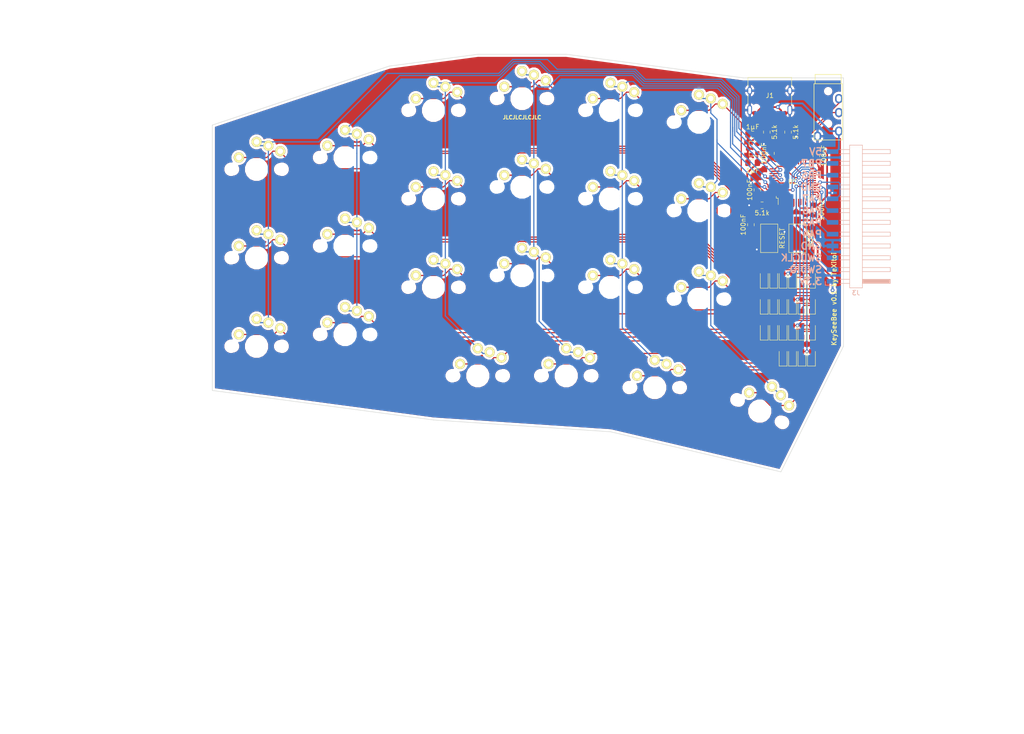
<source format=kicad_pcb>
(kicad_pcb (version 20171130) (host pcbnew 5.0.2+dfsg1-1)
  (layers (0 F.Cu signal) (31 B.Cu signal) (34 B.Paste user) (35 F.Paste user) (36 B.SilkS user) (37 F.SilkS user) (38 B.Mask user) (39 F.Mask user) (44 Edge.Cuts user))
  (net 0 "")
  (net 1 GND)
  (net 2 5V)
  (net 3 "Net-(J1-PadB8)")
  (net 4 "Net-(J1-PadA5)")
  (net 5 D-)
  (net 6 D+)
  (net 7 "Net-(J1-PadA8)")
  (net 8 "Net-(J1-PadB5)")
  (net 9 "Net-(R1-Pad1)")
  (net 10 3.3V)
  (net 11 VBAT)
  (net 12 "Net-(U1-Pad5)")
  (net 13 "Net-(U1-Pad6)")
  (net 14 "Net-(C1-Pad2)")
  (net 15 "Net-(U1-Pad10)")
  (net 16 "Net-(U1-Pad11)")
  (net 17 "Net-(U1-Pad12)")
  (net 18 "Net-(U1-Pad13)")
  (net 19 PA4)
  (net 20 PA5)
  (net 21 PA6)
  (net 22 PA7)
  (net 23 ROW1)
  (net 24 ROW2)
  (net 25 ROW3)
  (net 26 ROW4)
  (net 27 SWDIO)
  (net 28 SWDCLK)
  (net 29 COL1)
  (net 30 COL2)
  (net 31 COL3)
  (net 32 COL4)
  (net 33 PB6)
  (net 34 PB7)
  (net 35 COL5)
  (net 36 COL6)
  (net 37 TX)
  (net 38 RX)
  (net 39 "Net-(U1-Pad2)")
  (net 40 "Net-(U1-Pad3)")
  (net 41 "Net-(U1-Pad4)")
  (net 42 "Net-(U1-Pad22)")
  (net 43 "Net-(U1-Pad26)")
  (net 44 "Net-(U1-Pad27)")
  (net 45 "Net-(U1-Pad28)")
  (net 46 "Net-(U1-Pad29)")
  (net 47 "Net-(D24-Pad1)")
  (net 48 "Net-(D11-Pad1)")
  (net 49 "Net-(D12-Pad1)")
  (net 50 "Net-(D14-Pad1)")
  (net 51 "Net-(D15-Pad1)")
  (net 52 "Net-(D16-Pad1)")
  (net 53 "Net-(D17-Pad1)")
  (net 54 "Net-(D19-Pad1)")
  (net 55 "Net-(D20-Pad1)")
  (net 56 "Net-(D21-Pad1)")
  (net 57 "Net-(D23-Pad1)")
  (net 58 "Net-(D9-Pad1)")
  (net 59 "Net-(D7-Pad1)")
  (net 60 "Net-(D6-Pad1)")
  (net 61 "Net-(D5-Pad1)")
  (net 62 "Net-(D25-Pad1)")
  (net 63 "Net-(D26-Pad1)")
  (net 64 "Net-(D33-Pad1)")
  (net 65 "Net-(D34-Pad1)")
  (net 66 "Net-(D35-Pad1)")
  (net 67 "Net-(D36-Pad1)")
  (net 68 "Net-(D10-Pad1)")
  (module custom:CherryMX_Choc_1u (layer F.Cu) (at 222.631 118.745 333.5)
    (fp_text reference SW15 hide)
    (fp_text value SW_Push hide)
    (pad 1 thru_hole circle (at 5.1 -3.9 283.5) (size 2.2 2.2) (drill 1.2) (layers *.Cu F.SilkS B.Mask) (net 53 "Net-(D17-Pad1)"))
    (pad "" np_thru_hole circle (at 0 0 63.5) (size 4 4) (drill 4) (layers *.Cu *.Mask))
    (pad "" np_thru_hole circle (at -5.5 0 63.5) (size 1.9 1.9) (drill 1.9) (layers *.Cu *.Mask))
    (pad "" np_thru_hole circle (at 5.5 0 63.5) (size 1.9 1.9) (drill 1.9) (layers *.Cu *.Mask))
    (pad 2 thru_hole circle (at 0 -5.9 63.5) (size 2.2 2.2) (drill 1.2) (layers *.Cu F.SilkS B.Mask) (net 36 COL6))
    (pad 2 thru_hole circle (at 2.54 -5.08 333.5) (size 2.2 2.2) (drill 1.2) (layers *.Cu F.SilkS B.Mask) (net 36 COL6))
    (pad 1 thru_hole circle (at -3.81 -2.54 23.5) (size 2.2 2.2) (drill 1.2) (layers *.Cu F.SilkS B.Mask) (net 53 "Net-(D17-Pad1)"))
    (pad "" np_thru_hole circle (at 5.08 0 333.5) (size 1.7 1.7) (drill 1.7) (layers *.Cu *.Mask))
    (pad "" np_thru_hole circle (at -5.08 0 333.5) (size 1.7 1.7) (drill 1.7) (layers *.Cu *.Mask))
  )
  (module custom:CherryMX_Choc_1u (layer F.Cu) (at 114.3 85.725)
    (fp_text reference SW4 hide)
    (fp_text value SW_Push hide)
    (pad "" np_thru_hole circle (at -5.08 0) (size 1.7 1.7) (drill 1.7) (layers *.Cu *.Mask))
    (pad "" np_thru_hole circle (at 5.08 0) (size 1.7 1.7) (drill 1.7) (layers *.Cu *.Mask))
    (pad 1 thru_hole circle (at -3.81 -2.54 50) (size 2.2 2.2) (drill 1.2) (layers *.Cu F.SilkS B.Mask) (net 60 "Net-(D6-Pad1)"))
    (pad 2 thru_hole circle (at 2.54 -5.08) (size 2.2 2.2) (drill 1.2) (layers *.Cu F.SilkS B.Mask) (net 29 COL1))
    (pad 2 thru_hole circle (at 0 -5.9 90) (size 2.2 2.2) (drill 1.2) (layers *.Cu F.SilkS B.Mask) (net 29 COL1))
    (pad "" np_thru_hole circle (at 5.5 0 90) (size 1.9 1.9) (drill 1.9) (layers *.Cu *.Mask))
    (pad "" np_thru_hole circle (at -5.5 0 90) (size 1.9 1.9) (drill 1.9) (layers *.Cu *.Mask))
    (pad "" np_thru_hole circle (at 0 0 90) (size 4 4) (drill 4) (layers *.Cu *.Mask))
    (pad 1 thru_hole circle (at 5.1 -3.9 310) (size 2.2 2.2) (drill 1.2) (layers *.Cu F.SilkS B.Mask) (net 60 "Net-(D6-Pad1)"))
  )
  (module custom:CherryMX_Choc_1u (layer F.Cu) (at 114.3 104.775)
    (fp_text reference SW5 hide)
    (fp_text value SW_Push hide)
    (pad 1 thru_hole circle (at 5.1 -3.9 310) (size 2.2 2.2) (drill 1.2) (layers *.Cu F.SilkS B.Mask) (net 59 "Net-(D7-Pad1)"))
    (pad "" np_thru_hole circle (at 0 0 90) (size 4 4) (drill 4) (layers *.Cu *.Mask))
    (pad "" np_thru_hole circle (at -5.5 0 90) (size 1.9 1.9) (drill 1.9) (layers *.Cu *.Mask))
    (pad "" np_thru_hole circle (at 5.5 0 90) (size 1.9 1.9) (drill 1.9) (layers *.Cu *.Mask))
    (pad 2 thru_hole circle (at 0 -5.9 90) (size 2.2 2.2) (drill 1.2) (layers *.Cu F.SilkS B.Mask) (net 29 COL1))
    (pad 2 thru_hole circle (at 2.54 -5.08) (size 2.2 2.2) (drill 1.2) (layers *.Cu F.SilkS B.Mask) (net 29 COL1))
    (pad 1 thru_hole circle (at -3.81 -2.54 50) (size 2.2 2.2) (drill 1.2) (layers *.Cu F.SilkS B.Mask) (net 59 "Net-(D7-Pad1)"))
    (pad "" np_thru_hole circle (at 5.08 0) (size 1.7 1.7) (drill 1.7) (layers *.Cu *.Mask))
    (pad "" np_thru_hole circle (at -5.08 0) (size 1.7 1.7) (drill 1.7) (layers *.Cu *.Mask))
  )
  (module custom:CherryMX_Choc_1u (layer F.Cu) (at 152.4 53.975)
    (fp_text reference SW7 hide)
    (fp_text value SW_Push hide)
    (pad "" np_thru_hole circle (at -5.08 0) (size 1.7 1.7) (drill 1.7) (layers *.Cu *.Mask))
    (pad "" np_thru_hole circle (at 5.08 0) (size 1.7 1.7) (drill 1.7) (layers *.Cu *.Mask))
    (pad 1 thru_hole circle (at -3.81 -2.54 50) (size 2.2 2.2) (drill 1.2) (layers *.Cu F.SilkS B.Mask) (net 58 "Net-(D9-Pad1)"))
    (pad 2 thru_hole circle (at 2.54 -5.08) (size 2.2 2.2) (drill 1.2) (layers *.Cu F.SilkS B.Mask) (net 31 COL3))
    (pad 2 thru_hole circle (at 0 -5.9 90) (size 2.2 2.2) (drill 1.2) (layers *.Cu F.SilkS B.Mask) (net 31 COL3))
    (pad "" np_thru_hole circle (at 5.5 0 90) (size 1.9 1.9) (drill 1.9) (layers *.Cu *.Mask))
    (pad "" np_thru_hole circle (at -5.5 0 90) (size 1.9 1.9) (drill 1.9) (layers *.Cu *.Mask))
    (pad "" np_thru_hole circle (at 0 0 90) (size 4 4) (drill 4) (layers *.Cu *.Mask))
    (pad 1 thru_hole circle (at 5.1 -3.9 310) (size 2.2 2.2) (drill 1.2) (layers *.Cu F.SilkS B.Mask) (net 58 "Net-(D9-Pad1)"))
  )
  (module custom:CherryMX_Choc_1u (layer F.Cu) (at 209.55 75.565)
    (fp_text reference SW13 hide)
    (fp_text value SW_Push hide)
    (pad 1 thru_hole circle (at 5.1 -3.9 310) (size 2.2 2.2) (drill 1.2) (layers *.Cu F.SilkS B.Mask) (net 51 "Net-(D15-Pad1)"))
    (pad "" np_thru_hole circle (at 0 0 90) (size 4 4) (drill 4) (layers *.Cu *.Mask))
    (pad "" np_thru_hole circle (at -5.5 0 90) (size 1.9 1.9) (drill 1.9) (layers *.Cu *.Mask))
    (pad "" np_thru_hole circle (at 5.5 0 90) (size 1.9 1.9) (drill 1.9) (layers *.Cu *.Mask))
    (pad 2 thru_hole circle (at 0 -5.9 90) (size 2.2 2.2) (drill 1.2) (layers *.Cu F.SilkS B.Mask) (net 36 COL6))
    (pad 2 thru_hole circle (at 2.54 -5.08) (size 2.2 2.2) (drill 1.2) (layers *.Cu F.SilkS B.Mask) (net 36 COL6))
    (pad 1 thru_hole circle (at -3.81 -2.54 50) (size 2.2 2.2) (drill 1.2) (layers *.Cu F.SilkS B.Mask) (net 51 "Net-(D15-Pad1)"))
    (pad "" np_thru_hole circle (at 5.08 0) (size 1.7 1.7) (drill 1.7) (layers *.Cu *.Mask))
    (pad "" np_thru_hole circle (at -5.08 0) (size 1.7 1.7) (drill 1.7) (layers *.Cu *.Mask))
  )
  (module custom:CherryMX_Choc_1u (layer F.Cu) (at 152.4 73.025)
    (fp_text reference SW8 hide)
    (fp_text value SW_Push hide)
    (pad "" np_thru_hole circle (at -5.08 0) (size 1.7 1.7) (drill 1.7) (layers *.Cu *.Mask))
    (pad "" np_thru_hole circle (at 5.08 0) (size 1.7 1.7) (drill 1.7) (layers *.Cu *.Mask))
    (pad 1 thru_hole circle (at -3.81 -2.54 50) (size 2.2 2.2) (drill 1.2) (layers *.Cu F.SilkS B.Mask) (net 68 "Net-(D10-Pad1)"))
    (pad 2 thru_hole circle (at 2.54 -5.08) (size 2.2 2.2) (drill 1.2) (layers *.Cu F.SilkS B.Mask) (net 31 COL3))
    (pad 2 thru_hole circle (at 0 -5.9 90) (size 2.2 2.2) (drill 1.2) (layers *.Cu F.SilkS B.Mask) (net 31 COL3))
    (pad "" np_thru_hole circle (at 5.5 0 90) (size 1.9 1.9) (drill 1.9) (layers *.Cu *.Mask))
    (pad "" np_thru_hole circle (at -5.5 0 90) (size 1.9 1.9) (drill 1.9) (layers *.Cu *.Mask))
    (pad "" np_thru_hole circle (at 0 0 90) (size 4 4) (drill 4) (layers *.Cu *.Mask))
    (pad 1 thru_hole circle (at 5.1 -3.9 310) (size 2.2 2.2) (drill 1.2) (layers *.Cu F.SilkS B.Mask) (net 68 "Net-(D10-Pad1)"))
  )
  (module custom:CherryMX_Choc_1u (layer F.Cu) (at 152.4 92.075)
    (fp_text reference SW9 hide)
    (fp_text value SW_Push hide)
    (pad 1 thru_hole circle (at 5.1 -3.9 310) (size 2.2 2.2) (drill 1.2) (layers *.Cu F.SilkS B.Mask) (net 48 "Net-(D11-Pad1)"))
    (pad "" np_thru_hole circle (at 0 0 90) (size 4 4) (drill 4) (layers *.Cu *.Mask))
    (pad "" np_thru_hole circle (at -5.5 0 90) (size 1.9 1.9) (drill 1.9) (layers *.Cu *.Mask))
    (pad "" np_thru_hole circle (at 5.5 0 90) (size 1.9 1.9) (drill 1.9) (layers *.Cu *.Mask))
    (pad 2 thru_hole circle (at 0 -5.9 90) (size 2.2 2.2) (drill 1.2) (layers *.Cu F.SilkS B.Mask) (net 31 COL3))
    (pad 2 thru_hole circle (at 2.54 -5.08) (size 2.2 2.2) (drill 1.2) (layers *.Cu F.SilkS B.Mask) (net 31 COL3))
    (pad 1 thru_hole circle (at -3.81 -2.54 50) (size 2.2 2.2) (drill 1.2) (layers *.Cu F.SilkS B.Mask) (net 48 "Net-(D11-Pad1)"))
    (pad "" np_thru_hole circle (at 5.08 0) (size 1.7 1.7) (drill 1.7) (layers *.Cu *.Mask))
    (pad "" np_thru_hole circle (at -5.08 0) (size 1.7 1.7) (drill 1.7) (layers *.Cu *.Mask))
  )
  (module custom:CherryMX_Choc_1u (layer F.Cu) (at 161.925 111.125)
    (fp_text reference SW10 hide)
    (fp_text value SW_Push hide)
    (pad "" np_thru_hole circle (at -5.08 0) (size 1.7 1.7) (drill 1.7) (layers *.Cu *.Mask))
    (pad "" np_thru_hole circle (at 5.08 0) (size 1.7 1.7) (drill 1.7) (layers *.Cu *.Mask))
    (pad 1 thru_hole circle (at -3.81 -2.54 50) (size 2.2 2.2) (drill 1.2) (layers *.Cu F.SilkS B.Mask) (net 49 "Net-(D12-Pad1)"))
    (pad 2 thru_hole circle (at 2.54 -5.08) (size 2.2 2.2) (drill 1.2) (layers *.Cu F.SilkS B.Mask) (net 31 COL3))
    (pad 2 thru_hole circle (at 0 -5.9 90) (size 2.2 2.2) (drill 1.2) (layers *.Cu F.SilkS B.Mask) (net 31 COL3))
    (pad "" np_thru_hole circle (at 5.5 0 90) (size 1.9 1.9) (drill 1.9) (layers *.Cu *.Mask))
    (pad "" np_thru_hole circle (at -5.5 0 90) (size 1.9 1.9) (drill 1.9) (layers *.Cu *.Mask))
    (pad "" np_thru_hole circle (at 0 0 90) (size 4 4) (drill 4) (layers *.Cu *.Mask))
    (pad 1 thru_hole circle (at 5.1 -3.9 310) (size 2.2 2.2) (drill 1.2) (layers *.Cu F.SilkS B.Mask) (net 49 "Net-(D12-Pad1)"))
  )
  (module custom:CherryMX_Choc_1u (layer F.Cu) (at 209.55 56.515)
    (fp_text reference SW12 hide)
    (fp_text value SW_Push hide)
    (pad 1 thru_hole circle (at 5.1 -3.9 310) (size 2.2 2.2) (drill 1.2) (layers *.Cu F.SilkS B.Mask) (net 50 "Net-(D14-Pad1)"))
    (pad "" np_thru_hole circle (at 0 0 90) (size 4 4) (drill 4) (layers *.Cu *.Mask))
    (pad "" np_thru_hole circle (at -5.5 0 90) (size 1.9 1.9) (drill 1.9) (layers *.Cu *.Mask))
    (pad "" np_thru_hole circle (at 5.5 0 90) (size 1.9 1.9) (drill 1.9) (layers *.Cu *.Mask))
    (pad 2 thru_hole circle (at 0 -5.9 90) (size 2.2 2.2) (drill 1.2) (layers *.Cu F.SilkS B.Mask) (net 36 COL6))
    (pad 2 thru_hole circle (at 2.54 -5.08) (size 2.2 2.2) (drill 1.2) (layers *.Cu F.SilkS B.Mask) (net 36 COL6))
    (pad 1 thru_hole circle (at -3.81 -2.54 50) (size 2.2 2.2) (drill 1.2) (layers *.Cu F.SilkS B.Mask) (net 50 "Net-(D14-Pad1)"))
    (pad "" np_thru_hole circle (at 5.08 0) (size 1.7 1.7) (drill 1.7) (layers *.Cu *.Mask))
    (pad "" np_thru_hole circle (at -5.08 0) (size 1.7 1.7) (drill 1.7) (layers *.Cu *.Mask))
  )
  (module custom:CherryMX_Choc_1u (layer F.Cu) (at 209.55 94.615)
    (fp_text reference SW14 hide)
    (fp_text value SW_Push hide)
    (pad "" np_thru_hole circle (at -5.08 0) (size 1.7 1.7) (drill 1.7) (layers *.Cu *.Mask))
    (pad "" np_thru_hole circle (at 5.08 0) (size 1.7 1.7) (drill 1.7) (layers *.Cu *.Mask))
    (pad 1 thru_hole circle (at -3.81 -2.54 50) (size 2.2 2.2) (drill 1.2) (layers *.Cu F.SilkS B.Mask) (net 52 "Net-(D16-Pad1)"))
    (pad 2 thru_hole circle (at 2.54 -5.08) (size 2.2 2.2) (drill 1.2) (layers *.Cu F.SilkS B.Mask) (net 36 COL6))
    (pad 2 thru_hole circle (at 0 -5.9 90) (size 2.2 2.2) (drill 1.2) (layers *.Cu F.SilkS B.Mask) (net 36 COL6))
    (pad "" np_thru_hole circle (at 5.5 0 90) (size 1.9 1.9) (drill 1.9) (layers *.Cu *.Mask))
    (pad "" np_thru_hole circle (at -5.5 0 90) (size 1.9 1.9) (drill 1.9) (layers *.Cu *.Mask))
    (pad "" np_thru_hole circle (at 0 0 90) (size 4 4) (drill 4) (layers *.Cu *.Mask))
    (pad 1 thru_hole circle (at 5.1 -3.9 310) (size 2.2 2.2) (drill 1.2) (layers *.Cu F.SilkS B.Mask) (net 52 "Net-(D16-Pad1)"))
  )
  (module custom:CherryMX_Choc_1u (layer F.Cu) (at 133.35 64.135)
    (fp_text reference SW17 hide)
    (fp_text value SW_Push hide)
    (pad 1 thru_hole circle (at 5.1 -3.9 310) (size 2.2 2.2) (drill 1.2) (layers *.Cu F.SilkS B.Mask) (net 54 "Net-(D19-Pad1)"))
    (pad "" np_thru_hole circle (at 0 0 90) (size 4 4) (drill 4) (layers *.Cu *.Mask))
    (pad "" np_thru_hole circle (at -5.5 0 90) (size 1.9 1.9) (drill 1.9) (layers *.Cu *.Mask))
    (pad "" np_thru_hole circle (at 5.5 0 90) (size 1.9 1.9) (drill 1.9) (layers *.Cu *.Mask))
    (pad 2 thru_hole circle (at 0 -5.9 90) (size 2.2 2.2) (drill 1.2) (layers *.Cu F.SilkS B.Mask) (net 30 COL2))
    (pad 2 thru_hole circle (at 2.54 -5.08) (size 2.2 2.2) (drill 1.2) (layers *.Cu F.SilkS B.Mask) (net 30 COL2))
    (pad 1 thru_hole circle (at -3.81 -2.54 50) (size 2.2 2.2) (drill 1.2) (layers *.Cu F.SilkS B.Mask) (net 54 "Net-(D19-Pad1)"))
    (pad "" np_thru_hole circle (at 5.08 0) (size 1.7 1.7) (drill 1.7) (layers *.Cu *.Mask))
    (pad "" np_thru_hole circle (at -5.08 0) (size 1.7 1.7) (drill 1.7) (layers *.Cu *.Mask))
  )
  (module custom:CherryMX_Choc_1u (layer F.Cu) (at 133.35 83.185)
    (fp_text reference SW18 hide)
    (fp_text value SW_Push hide)
    (pad "" np_thru_hole circle (at -5.08 0) (size 1.7 1.7) (drill 1.7) (layers *.Cu *.Mask))
    (pad "" np_thru_hole circle (at 5.08 0) (size 1.7 1.7) (drill 1.7) (layers *.Cu *.Mask))
    (pad 1 thru_hole circle (at -3.81 -2.54 50) (size 2.2 2.2) (drill 1.2) (layers *.Cu F.SilkS B.Mask) (net 55 "Net-(D20-Pad1)"))
    (pad 2 thru_hole circle (at 2.54 -5.08) (size 2.2 2.2) (drill 1.2) (layers *.Cu F.SilkS B.Mask) (net 30 COL2))
    (pad 2 thru_hole circle (at 0 -5.9 90) (size 2.2 2.2) (drill 1.2) (layers *.Cu F.SilkS B.Mask) (net 30 COL2))
    (pad "" np_thru_hole circle (at 5.5 0 90) (size 1.9 1.9) (drill 1.9) (layers *.Cu *.Mask))
    (pad "" np_thru_hole circle (at -5.5 0 90) (size 1.9 1.9) (drill 1.9) (layers *.Cu *.Mask))
    (pad "" np_thru_hole circle (at 0 0 90) (size 4 4) (drill 4) (layers *.Cu *.Mask))
    (pad 1 thru_hole circle (at 5.1 -3.9 310) (size 2.2 2.2) (drill 1.2) (layers *.Cu F.SilkS B.Mask) (net 55 "Net-(D20-Pad1)"))
  )
  (module custom:CherryMX_Choc_1u (layer F.Cu) (at 133.35 102.235)
    (fp_text reference SW19 hide)
    (fp_text value SW_Push hide)
    (pad 1 thru_hole circle (at 5.1 -3.9 310) (size 2.2 2.2) (drill 1.2) (layers *.Cu F.SilkS B.Mask) (net 56 "Net-(D21-Pad1)"))
    (pad "" np_thru_hole circle (at 0 0 90) (size 4 4) (drill 4) (layers *.Cu *.Mask))
    (pad "" np_thru_hole circle (at -5.5 0 90) (size 1.9 1.9) (drill 1.9) (layers *.Cu *.Mask))
    (pad "" np_thru_hole circle (at 5.5 0 90) (size 1.9 1.9) (drill 1.9) (layers *.Cu *.Mask))
    (pad 2 thru_hole circle (at 0 -5.9 90) (size 2.2 2.2) (drill 1.2) (layers *.Cu F.SilkS B.Mask) (net 30 COL2))
    (pad 2 thru_hole circle (at 2.54 -5.08) (size 2.2 2.2) (drill 1.2) (layers *.Cu F.SilkS B.Mask) (net 30 COL2))
    (pad 1 thru_hole circle (at -3.81 -2.54 50) (size 2.2 2.2) (drill 1.2) (layers *.Cu F.SilkS B.Mask) (net 56 "Net-(D21-Pad1)"))
    (pad "" np_thru_hole circle (at 5.08 0) (size 1.7 1.7) (drill 1.7) (layers *.Cu *.Mask))
    (pad "" np_thru_hole circle (at -5.08 0) (size 1.7 1.7) (drill 1.7) (layers *.Cu *.Mask))
  )
  (module custom:CherryMX_Choc_1u (layer F.Cu) (at 171.45 51.435)
    (fp_text reference SW21 hide)
    (fp_text value SW_Push hide)
    (pad "" np_thru_hole circle (at -5.08 0) (size 1.7 1.7) (drill 1.7) (layers *.Cu *.Mask))
    (pad "" np_thru_hole circle (at 5.08 0) (size 1.7 1.7) (drill 1.7) (layers *.Cu *.Mask))
    (pad 1 thru_hole circle (at -3.81 -2.54 50) (size 2.2 2.2) (drill 1.2) (layers *.Cu F.SilkS B.Mask) (net 57 "Net-(D23-Pad1)"))
    (pad 2 thru_hole circle (at 2.54 -5.08) (size 2.2 2.2) (drill 1.2) (layers *.Cu F.SilkS B.Mask) (net 32 COL4))
    (pad 2 thru_hole circle (at 0 -5.9 90) (size 2.2 2.2) (drill 1.2) (layers *.Cu F.SilkS B.Mask) (net 32 COL4))
    (pad "" np_thru_hole circle (at 5.5 0 90) (size 1.9 1.9) (drill 1.9) (layers *.Cu *.Mask))
    (pad "" np_thru_hole circle (at -5.5 0 90) (size 1.9 1.9) (drill 1.9) (layers *.Cu *.Mask))
    (pad "" np_thru_hole circle (at 0 0 90) (size 4 4) (drill 4) (layers *.Cu *.Mask))
    (pad 1 thru_hole circle (at 5.1 -3.9 310) (size 2.2 2.2) (drill 1.2) (layers *.Cu F.SilkS B.Mask) (net 57 "Net-(D23-Pad1)"))
  )
  (module custom:CherryMX_Choc_1u (layer F.Cu) (at 171.45 70.485)
    (fp_text reference SW22 hide)
    (fp_text value SW_Push hide)
    (pad 1 thru_hole circle (at 5.1 -3.9 310) (size 2.2 2.2) (drill 1.2) (layers *.Cu F.SilkS B.Mask) (net 47 "Net-(D24-Pad1)"))
    (pad "" np_thru_hole circle (at 0 0 90) (size 4 4) (drill 4) (layers *.Cu *.Mask))
    (pad "" np_thru_hole circle (at -5.5 0 90) (size 1.9 1.9) (drill 1.9) (layers *.Cu *.Mask))
    (pad "" np_thru_hole circle (at 5.5 0 90) (size 1.9 1.9) (drill 1.9) (layers *.Cu *.Mask))
    (pad 2 thru_hole circle (at 0 -5.9 90) (size 2.2 2.2) (drill 1.2) (layers *.Cu F.SilkS B.Mask) (net 32 COL4))
    (pad 2 thru_hole circle (at 2.54 -5.08) (size 2.2 2.2) (drill 1.2) (layers *.Cu F.SilkS B.Mask) (net 32 COL4))
    (pad 1 thru_hole circle (at -3.81 -2.54 50) (size 2.2 2.2) (drill 1.2) (layers *.Cu F.SilkS B.Mask) (net 47 "Net-(D24-Pad1)"))
    (pad "" np_thru_hole circle (at 5.08 0) (size 1.7 1.7) (drill 1.7) (layers *.Cu *.Mask))
    (pad "" np_thru_hole circle (at -5.08 0) (size 1.7 1.7) (drill 1.7) (layers *.Cu *.Mask))
  )
  (module custom:CherryMX_Choc_1u (layer F.Cu) (at 171.45 89.535)
    (fp_text reference SW23 hide)
    (fp_text value SW_Push hide)
    (pad "" np_thru_hole circle (at -5.08 0) (size 1.7 1.7) (drill 1.7) (layers *.Cu *.Mask))
    (pad "" np_thru_hole circle (at 5.08 0) (size 1.7 1.7) (drill 1.7) (layers *.Cu *.Mask))
    (pad 1 thru_hole circle (at -3.81 -2.54 50) (size 2.2 2.2) (drill 1.2) (layers *.Cu F.SilkS B.Mask) (net 62 "Net-(D25-Pad1)"))
    (pad 2 thru_hole circle (at 2.54 -5.08) (size 2.2 2.2) (drill 1.2) (layers *.Cu F.SilkS B.Mask) (net 32 COL4))
    (pad 2 thru_hole circle (at 0 -5.9 90) (size 2.2 2.2) (drill 1.2) (layers *.Cu F.SilkS B.Mask) (net 32 COL4))
    (pad "" np_thru_hole circle (at 5.5 0 90) (size 1.9 1.9) (drill 1.9) (layers *.Cu *.Mask))
    (pad "" np_thru_hole circle (at -5.5 0 90) (size 1.9 1.9) (drill 1.9) (layers *.Cu *.Mask))
    (pad "" np_thru_hole circle (at 0 0 90) (size 4 4) (drill 4) (layers *.Cu *.Mask))
    (pad 1 thru_hole circle (at 5.1 -3.9 310) (size 2.2 2.2) (drill 1.2) (layers *.Cu F.SilkS B.Mask) (net 62 "Net-(D25-Pad1)"))
  )
  (module custom:CherryMX_Choc_1u (layer F.Cu) (at 190.5 53.975)
    (fp_text reference SW31 hide)
    (fp_text value SW_Push hide)
    (pad 1 thru_hole circle (at 5.1 -3.9 310) (size 2.2 2.2) (drill 1.2) (layers *.Cu F.SilkS B.Mask) (net 64 "Net-(D33-Pad1)"))
    (pad "" np_thru_hole circle (at 0 0 90) (size 4 4) (drill 4) (layers *.Cu *.Mask))
    (pad "" np_thru_hole circle (at -5.5 0 90) (size 1.9 1.9) (drill 1.9) (layers *.Cu *.Mask))
    (pad "" np_thru_hole circle (at 5.5 0 90) (size 1.9 1.9) (drill 1.9) (layers *.Cu *.Mask))
    (pad 2 thru_hole circle (at 0 -5.9 90) (size 2.2 2.2) (drill 1.2) (layers *.Cu F.SilkS B.Mask) (net 35 COL5))
    (pad 2 thru_hole circle (at 2.54 -5.08) (size 2.2 2.2) (drill 1.2) (layers *.Cu F.SilkS B.Mask) (net 35 COL5))
    (pad 1 thru_hole circle (at -3.81 -2.54 50) (size 2.2 2.2) (drill 1.2) (layers *.Cu F.SilkS B.Mask) (net 64 "Net-(D33-Pad1)"))
    (pad "" np_thru_hole circle (at 5.08 0) (size 1.7 1.7) (drill 1.7) (layers *.Cu *.Mask))
    (pad "" np_thru_hole circle (at -5.08 0) (size 1.7 1.7) (drill 1.7) (layers *.Cu *.Mask))
  )
  (module custom:CherryMX_Choc_1u (layer F.Cu) (at 190.5 73.025)
    (fp_text reference SW32 hide)
    (fp_text value SW_Push hide)
    (pad "" np_thru_hole circle (at -5.08 0) (size 1.7 1.7) (drill 1.7) (layers *.Cu *.Mask))
    (pad "" np_thru_hole circle (at 5.08 0) (size 1.7 1.7) (drill 1.7) (layers *.Cu *.Mask))
    (pad 1 thru_hole circle (at -3.81 -2.54 50) (size 2.2 2.2) (drill 1.2) (layers *.Cu F.SilkS B.Mask) (net 65 "Net-(D34-Pad1)"))
    (pad 2 thru_hole circle (at 2.54 -5.08) (size 2.2 2.2) (drill 1.2) (layers *.Cu F.SilkS B.Mask) (net 35 COL5))
    (pad 2 thru_hole circle (at 0 -5.9 90) (size 2.2 2.2) (drill 1.2) (layers *.Cu F.SilkS B.Mask) (net 35 COL5))
    (pad "" np_thru_hole circle (at 5.5 0 90) (size 1.9 1.9) (drill 1.9) (layers *.Cu *.Mask))
    (pad "" np_thru_hole circle (at -5.5 0 90) (size 1.9 1.9) (drill 1.9) (layers *.Cu *.Mask))
    (pad "" np_thru_hole circle (at 0 0 90) (size 4 4) (drill 4) (layers *.Cu *.Mask))
    (pad 1 thru_hole circle (at 5.1 -3.9 310) (size 2.2 2.2) (drill 1.2) (layers *.Cu F.SilkS B.Mask) (net 65 "Net-(D34-Pad1)"))
  )
  (module custom:CherryMX_Choc_1u (layer F.Cu) (at 190.5 92.075)
    (fp_text reference SW33 hide)
    (fp_text value SW_Push hide)
    (pad 1 thru_hole circle (at 5.1 -3.9 310) (size 2.2 2.2) (drill 1.2) (layers *.Cu F.SilkS B.Mask) (net 66 "Net-(D35-Pad1)"))
    (pad "" np_thru_hole circle (at 0 0 90) (size 4 4) (drill 4) (layers *.Cu *.Mask))
    (pad "" np_thru_hole circle (at -5.5 0 90) (size 1.9 1.9) (drill 1.9) (layers *.Cu *.Mask))
    (pad "" np_thru_hole circle (at 5.5 0 90) (size 1.9 1.9) (drill 1.9) (layers *.Cu *.Mask))
    (pad 2 thru_hole circle (at 0 -5.9 90) (size 2.2 2.2) (drill 1.2) (layers *.Cu F.SilkS B.Mask) (net 35 COL5))
    (pad 2 thru_hole circle (at 2.54 -5.08) (size 2.2 2.2) (drill 1.2) (layers *.Cu F.SilkS B.Mask) (net 35 COL5))
    (pad 1 thru_hole circle (at -3.81 -2.54 50) (size 2.2 2.2) (drill 1.2) (layers *.Cu F.SilkS B.Mask) (net 66 "Net-(D35-Pad1)"))
    (pad "" np_thru_hole circle (at 5.08 0) (size 1.7 1.7) (drill 1.7) (layers *.Cu *.Mask))
    (pad "" np_thru_hole circle (at -5.08 0) (size 1.7 1.7) (drill 1.7) (layers *.Cu *.Mask))
  )
  (module custom:CherryMX_Choc_1u (layer F.Cu) (at 200.025 113.665)
    (fp_text reference SW34 hide)
    (fp_text value SW_Push hide)
    (pad "" np_thru_hole circle (at -5.08 0) (size 1.7 1.7) (drill 1.7) (layers *.Cu *.Mask))
    (pad "" np_thru_hole circle (at 5.08 0) (size 1.7 1.7) (drill 1.7) (layers *.Cu *.Mask))
    (pad 1 thru_hole circle (at -3.81 -2.54 50) (size 2.2 2.2) (drill 1.2) (layers *.Cu F.SilkS B.Mask) (net 67 "Net-(D36-Pad1)"))
    (pad 2 thru_hole circle (at 2.54 -5.08) (size 2.2 2.2) (drill 1.2) (layers *.Cu F.SilkS B.Mask) (net 35 COL5))
    (pad 2 thru_hole circle (at 0 -5.9 90) (size 2.2 2.2) (drill 1.2) (layers *.Cu F.SilkS B.Mask) (net 35 COL5))
    (pad "" np_thru_hole circle (at 5.5 0 90) (size 1.9 1.9) (drill 1.9) (layers *.Cu *.Mask))
    (pad "" np_thru_hole circle (at -5.5 0 90) (size 1.9 1.9) (drill 1.9) (layers *.Cu *.Mask))
    (pad "" np_thru_hole circle (at 0 0 90) (size 4 4) (drill 4) (layers *.Cu *.Mask))
    (pad 1 thru_hole circle (at 5.1 -3.9 310) (size 2.2 2.2) (drill 1.2) (layers *.Cu F.SilkS B.Mask) (net 67 "Net-(D36-Pad1)"))
  )
  (module custom:CherryMX_Choc_1u (layer F.Cu) (at 180.975 111.125)
    (fp_text reference SW24 hide)
    (fp_text value SW_Push hide)
    (pad 1 thru_hole circle (at 5.1 -3.9 310) (size 2.2 2.2) (drill 1.2) (layers *.Cu F.SilkS B.Mask) (net 63 "Net-(D26-Pad1)"))
    (pad "" np_thru_hole circle (at 0 0 90) (size 4 4) (drill 4) (layers *.Cu *.Mask))
    (pad "" np_thru_hole circle (at -5.5 0 90) (size 1.9 1.9) (drill 1.9) (layers *.Cu *.Mask))
    (pad "" np_thru_hole circle (at 5.5 0 90) (size 1.9 1.9) (drill 1.9) (layers *.Cu *.Mask))
    (pad 2 thru_hole circle (at 0 -5.9 90) (size 2.2 2.2) (drill 1.2) (layers *.Cu F.SilkS B.Mask) (net 32 COL4))
    (pad 2 thru_hole circle (at 2.54 -5.08) (size 2.2 2.2) (drill 1.2) (layers *.Cu F.SilkS B.Mask) (net 32 COL4))
    (pad 1 thru_hole circle (at -3.81 -2.54 50) (size 2.2 2.2) (drill 1.2) (layers *.Cu F.SilkS B.Mask) (net 63 "Net-(D26-Pad1)"))
    (pad "" np_thru_hole circle (at 5.08 0) (size 1.7 1.7) (drill 1.7) (layers *.Cu *.Mask))
    (pad "" np_thru_hole circle (at -5.08 0) (size 1.7 1.7) (drill 1.7) (layers *.Cu *.Mask))
  )
  (module custom:CherryMX_Choc_1u (layer F.Cu) (at 114.3 66.675)
    (fp_text reference SW3 hide)
    (fp_text value SW_Push hide)
    (pad 1 thru_hole circle (at 5.1 -3.9 310) (size 2.2 2.2) (drill 1.2) (layers *.Cu F.SilkS B.Mask) (net 61 "Net-(D5-Pad1)"))
    (pad "" np_thru_hole circle (at 0 0 90) (size 4 4) (drill 4) (layers *.Cu *.Mask))
    (pad "" np_thru_hole circle (at -5.5 0 90) (size 1.9 1.9) (drill 1.9) (layers *.Cu *.Mask))
    (pad "" np_thru_hole circle (at 5.5 0 90) (size 1.9 1.9) (drill 1.9) (layers *.Cu *.Mask))
    (pad 2 thru_hole circle (at 0 -5.9 90) (size 2.2 2.2) (drill 1.2) (layers *.Cu F.SilkS B.Mask) (net 29 COL1))
    (pad 2 thru_hole circle (at 2.54 -5.08) (size 2.2 2.2) (drill 1.2) (layers *.Cu F.SilkS B.Mask) (net 29 COL1))
    (pad 1 thru_hole circle (at -3.81 -2.54 50) (size 2.2 2.2) (drill 1.2) (layers *.Cu F.SilkS B.Mask) (net 61 "Net-(D5-Pad1)"))
    (pad "" np_thru_hole circle (at 5.08 0) (size 1.7 1.7) (drill 1.7) (layers *.Cu *.Mask))
    (pad "" np_thru_hole circle (at -5.08 0) (size 1.7 1.7) (drill 1.7) (layers *.Cu *.Mask))
  )
  (module keebio:TRRS-PJ-320A-no-Fmask (layer F.Cu) (at 237.363 48.26)
    (fp_text reference J2)
    (fp_text value AudioJack4)
    (pad 1 thru_hole oval (at -2.3 11.3) (size 1.6 2) (drill oval 0.9 1.3) (layers *.Cu B.Mask) (net 1 GND))
    (pad 2 thru_hole oval (at 2.3 10.2) (size 1.6 2) (drill oval 0.9 1.3) (layers *.Cu B.Mask) (net 2 5V))
    (pad 4 thru_hole oval (at 2.3 3.2) (size 1.6 2) (drill oval 0.9 1.3) (layers *.Cu B.Mask) (net 38 RX))
    (pad "" np_thru_hole circle (at 0 8.6) (size 0.8 0.8) (drill 0.8) (layers *.Cu *.Mask))
    (pad "" np_thru_hole circle (at 0 1.6) (size 0.8 0.8) (drill 0.8) (layers *.Cu *.Mask))
    (pad 3 thru_hole oval (at 2.3 6.2) (size 1.6 2) (drill oval 0.9 1.3) (layers *.Cu B.Mask) (net 37 TX))
    (pad 4 thru_hole oval (at 2.3 3.2) (size 1 1.4) (drill oval 0.9 1.3) (layers *.Cu F.Mask) (net 38 RX))
    (pad 3 thru_hole oval (at 2.3 6.2) (size 1 1.4) (drill oval 0.9 1.3) (layers *.Cu F.Mask) (net 37 TX))
    (pad 2 thru_hole oval (at 2.3 10.2) (size 1 1.4) (drill oval 0.9 1.3) (layers *.Cu F.Mask) (net 2 5V))
    (pad 1 thru_hole oval (at -2.3 11.3) (size 1 1.4) (drill oval 0.9 1.3) (layers *.Cu F.Mask) (net 1 GND))
  )
  (module kicad-harwin:Harwin_M20-89012xx_1x12_P2.54mm_Horizontal (layer B.Cu) (at 243.84 76.835)
    (fp_text reference J3 (at -0.48 16.44) (layer B.SilkS) (effects (justify mirror)))
    (fp_text value Conn_01x12_Male)
    (pad "" smd rect (at 3.895 13.97) (size 6 0.76) (layers B.SilkS))
    (pad 12 smd rect (at -5.525 -13.97) (size 2.5 1) (layers B.Cu B.Paste B.Mask) (net 2 5V))
    (pad 11 smd rect (at -5.525 -11.43) (size 2.5 1) (layers B.Cu B.Paste B.Mask) (net 34 PB7))
    (pad 10 smd rect (at -5.525 -8.89) (size 2.5 1) (layers B.Cu B.Paste B.Mask) (net 33 PB6))
    (pad 9 smd rect (at -5.525 -6.35) (size 2.5 1) (layers B.Cu B.Paste B.Mask) (net 1 GND))
    (pad 8 smd rect (at -5.525 -3.81) (size 2.5 1) (layers B.Cu B.Paste B.Mask) (net 22 PA7))
    (pad 7 smd rect (at -5.525 -1.27) (size 2.5 1) (layers B.Cu B.Paste B.Mask) (net 21 PA6))
    (pad 6 smd rect (at -5.525 1.27) (size 2.5 1) (layers B.Cu B.Paste B.Mask) (net 20 PA5))
    (pad 5 smd rect (at -5.525 3.81) (size 2.5 1) (layers B.Cu B.Paste B.Mask) (net 19 PA4))
    (pad 4 smd rect (at -5.525 6.35) (size 2.5 1) (layers B.Cu B.Paste B.Mask) (net 1 GND))
    (pad 3 smd rect (at -5.525 8.89) (size 2.5 1) (layers B.Cu B.Paste B.Mask) (net 28 SWDCLK))
    (pad 2 smd rect (at -5.525 11.43) (size 2.5 1) (layers B.Cu B.Paste B.Mask) (net 27 SWDIO))
    (pad 1 smd rect (at -5.525 13.97) (size 2.5 1) (layers B.Cu B.Paste B.Mask) (net 10 3.3V))
  )
  (module Button_Switch_SMD:SW_SPST_CK_RS282G05A3 (layer F.Cu) (at 230.759 81.534 90)
    (fp_text reference SW1 hide)
    (fp_text value BOOT (at 0 2.794 90) (layer F.SilkS))
    (pad 2 smd rect (at 3.9 0 90) (size 1.5 1.5) (layers F.Cu F.Paste F.Mask) (net 10 3.3V))
    (pad 1 smd rect (at -3.9 0 90) (size 1.5 1.5) (layers F.Cu F.Paste F.Mask) (net 9 "Net-(R1-Pad1)"))
  )
  (module Button_Switch_SMD:SW_SPST_CK_RS282G05A3 (layer F.Cu) (at 224.663 81.534 90)
    (fp_text reference SW2 hide)
    (fp_text value RESET (at 0 2.794 90) (layer F.SilkS))
    (pad 2 smd rect (at 3.9 0 90) (size 1.5 1.5) (layers F.Cu F.Paste F.Mask) (net 14 "Net-(C1-Pad2)"))
    (pad 1 smd rect (at -3.9 0 90) (size 1.5 1.5) (layers F.Cu F.Paste F.Mask) (net 1 GND))
  )
  (module Capacitor_SMD:C_0805_2012Metric_Pad1.15x1.40mm_HandSolder (layer F.Cu) (at 221.107 59.182)
    (fp_text reference C7 hide)
    (fp_text value 1µF (at 0 -1.65) (layer F.SilkS))
    (pad 2 smd roundrect (at 1.025 0) (size 1.15 1.4) (layers F.Cu F.Paste F.Mask) (roundrect_rratio 0.217391) (net 2 5V))
    (pad 1 smd roundrect (at -1.025 0) (size 1.15 1.4) (layers F.Cu F.Paste F.Mask) (roundrect_rratio 0.217391) (net 1 GND))
  )
  (module Capacitor_SMD:C_0805_2012Metric_Pad1.15x1.40mm_HandSolder (layer F.Cu) (at 225.044 63.246 270)
    (fp_text reference C5 hide)
    (fp_text value 100nF (at 0 1.524 270) (layer F.SilkS))
    (pad 2 smd roundrect (at 1.025 0 270) (size 1.15 1.4) (layers F.Cu F.Paste F.Mask) (roundrect_rratio 0.217391) (net 10 3.3V))
    (pad 1 smd roundrect (at -1.025 0 270) (size 1.15 1.4) (layers F.Cu F.Paste F.Mask) (roundrect_rratio 0.217391) (net 1 GND))
  )
  (module Capacitor_SMD:C_0805_2012Metric_Pad1.15x1.40mm_HandSolder (layer F.Cu) (at 222.123 71.12 270)
    (fp_text reference C4 hide)
    (fp_text value 100nF (at 0 1.65 270) (layer F.SilkS))
    (pad 2 smd roundrect (at 1.025 0 270) (size 1.15 1.4) (layers F.Cu F.Paste F.Mask) (roundrect_rratio 0.217391) (net 10 3.3V))
    (pad 1 smd roundrect (at -1.025 0 270) (size 1.15 1.4) (layers F.Cu F.Paste F.Mask) (roundrect_rratio 0.217391) (net 1 GND))
  )
  (module Capacitor_SMD:C_0805_2012Metric_Pad1.15x1.40mm_HandSolder (layer F.Cu) (at 234.315 75.438 90)
    (fp_text reference C3 hide)
    (fp_text value 100nF (at 0 1.65 90) (layer F.SilkS))
    (pad 2 smd roundrect (at 1.025 0 90) (size 1.15 1.4) (layers F.Cu F.Paste F.Mask) (roundrect_rratio 0.217391) (net 10 3.3V))
    (pad 1 smd roundrect (at -1.025 0 90) (size 1.15 1.4) (layers F.Cu F.Paste F.Mask) (roundrect_rratio 0.217391) (net 1 GND))
  )
  (module Capacitor_SMD:C_0805_2012Metric_Pad1.15x1.40mm_HandSolder (layer F.Cu) (at 221.107 65.278)
    (fp_text reference C6 hide)
    (fp_text value 1µF (at 0 1.65) (layer F.SilkS))
    (pad 2 smd roundrect (at 1.025 0) (size 1.15 1.4) (layers F.Cu F.Paste F.Mask) (roundrect_rratio 0.217391) (net 10 3.3V))
    (pad 1 smd roundrect (at -1.025 0) (size 1.15 1.4) (layers F.Cu F.Paste F.Mask) (roundrect_rratio 0.217391) (net 1 GND))
  )
  (module Capacitor_SMD:C_0805_2012Metric_Pad1.15x1.40mm_HandSolder (layer F.Cu) (at 220.726 78.613 90)
    (fp_text reference C1 hide)
    (fp_text value 100nF (at 0 -1.65 90) (layer F.SilkS))
    (pad 2 smd roundrect (at 1.025 0 90) (size 1.15 1.4) (layers F.Cu F.Paste F.Mask) (roundrect_rratio 0.217391) (net 14 "Net-(C1-Pad2)"))
    (pad 1 smd roundrect (at -1.025 0 90) (size 1.15 1.4) (layers F.Cu F.Paste F.Mask) (roundrect_rratio 0.217391) (net 1 GND))
  )
  (module Capacitor_SMD:C_0805_2012Metric_Pad1.15x1.40mm_HandSolder (layer F.Cu) (at 234.823 63.754 90)
    (fp_text reference C2 hide)
    (fp_text value 100nF (at 0 1.65 90) (layer F.SilkS))
    (pad 2 smd roundrect (at 1.025 0 90) (size 1.15 1.4) (layers F.Cu F.Paste F.Mask) (roundrect_rratio 0.217391) (net 10 3.3V))
    (pad 1 smd roundrect (at -1.025 0 90) (size 1.15 1.4) (layers F.Cu F.Paste F.Mask) (roundrect_rratio 0.217391) (net 1 GND))
  )
  (module Diode_SMD:D_SOD-323_HandSoldering (layer F.Cu) (at 233.75944 101.544927 90)
    (fp_text reference D16 hide)
    (fp_text value D3.6)
    (pad 2 smd rect (at 1.25 0 90) (size 1 1) (layers F.Cu F.Paste F.Mask) (net 25 ROW3))
    (pad 1 smd rect (at -1.25 0 90) (size 1 1) (layers F.Cu F.Paste F.Mask) (net 52 "Net-(D16-Pad1)"))
  )
  (module Diode_SMD:D_SOD-323_HandSoldering (layer F.Cu) (at 233.75944 90.368927 90)
    (fp_text reference D14 hide)
    (fp_text value D1.6)
    (pad 2 smd rect (at 1.25 0 90) (size 1 1) (layers F.Cu F.Paste F.Mask) (net 23 ROW1))
    (pad 1 smd rect (at -1.25 0 90) (size 1 1) (layers F.Cu F.Paste F.Mask) (net 50 "Net-(D14-Pad1)"))
  )
  (module Diode_SMD:D_SOD-323_HandSoldering (layer F.Cu) (at 227.66344 107.132927 90)
    (fp_text reference D12 hide)
    (fp_text value D4.3)
    (pad 2 smd rect (at 1.25 0 90) (size 1 1) (layers F.Cu F.Paste F.Mask) (net 26 ROW4))
    (pad 1 smd rect (at -1.25 0 90) (size 1 1) (layers F.Cu F.Paste F.Mask) (net 49 "Net-(D12-Pad1)"))
  )
  (module Diode_SMD:D_SOD-323_HandSoldering (layer F.Cu) (at 227.66344 101.544927 90)
    (fp_text reference D11 hide)
    (fp_text value D3.3)
    (pad 2 smd rect (at 1.25 0 90) (size 1 1) (layers F.Cu F.Paste F.Mask) (net 25 ROW3))
    (pad 1 smd rect (at -1.25 0 90) (size 1 1) (layers F.Cu F.Paste F.Mask) (net 48 "Net-(D11-Pad1)"))
  )
  (module Diode_SMD:D_SOD-323_HandSoldering (layer F.Cu) (at 227.66344 95.956927 90)
    (fp_text reference D10 hide)
    (fp_text value D2.3)
    (pad 2 smd rect (at 1.25 0 90) (size 1 1) (layers F.Cu F.Paste F.Mask) (net 24 ROW2))
    (pad 1 smd rect (at -1.25 0 90) (size 1 1) (layers F.Cu F.Paste F.Mask) (net 68 "Net-(D10-Pad1)"))
  )
  (module Diode_SMD:D_SOD-323_HandSoldering (layer F.Cu) (at 227.66344 90.368927 90)
    (fp_text reference D9 hide)
    (fp_text value D1.3)
    (pad 2 smd rect (at 1.25 0 90) (size 1 1) (layers F.Cu F.Paste F.Mask) (net 23 ROW1))
    (pad 1 smd rect (at -1.25 0 90) (size 1 1) (layers F.Cu F.Paste F.Mask) (net 58 "Net-(D9-Pad1)"))
  )
  (module Diode_SMD:D_SOD-323_HandSoldering (layer F.Cu) (at 223.59944 101.544927 90)
    (fp_text reference D7 hide)
    (fp_text value D3.1)
    (pad 2 smd rect (at 1.25 0 90) (size 1 1) (layers F.Cu F.Paste F.Mask) (net 25 ROW3))
    (pad 1 smd rect (at -1.25 0 90) (size 1 1) (layers F.Cu F.Paste F.Mask) (net 59 "Net-(D7-Pad1)"))
  )
  (module Diode_SMD:D_SOD-323_HandSoldering (layer F.Cu) (at 223.59944 95.956927 90)
    (fp_text reference D6 hide)
    (fp_text value D2.1)
    (pad 2 smd rect (at 1.25 0 90) (size 1 1) (layers F.Cu F.Paste F.Mask) (net 24 ROW2))
    (pad 1 smd rect (at -1.25 0 90) (size 1 1) (layers F.Cu F.Paste F.Mask) (net 60 "Net-(D6-Pad1)"))
  )
  (module Diode_SMD:D_SOD-323_HandSoldering (layer F.Cu) (at 223.59944 90.368927 90)
    (fp_text reference D5 hide)
    (fp_text value D1.1)
    (pad 2 smd rect (at 1.25 0 90) (size 1 1) (layers F.Cu F.Paste F.Mask) (net 23 ROW1))
    (pad 1 smd rect (at -1.25 0 90) (size 1 1) (layers F.Cu F.Paste F.Mask) (net 61 "Net-(D5-Pad1)"))
  )
  (module Diode_SMD:D_SOD-323_HandSoldering (layer F.Cu) (at 231.72744 107.132927 90)
    (fp_text reference D36 hide)
    (fp_text value D4.5)
    (pad 2 smd rect (at 1.25 0 90) (size 1 1) (layers F.Cu F.Paste F.Mask) (net 26 ROW4))
    (pad 1 smd rect (at -1.25 0 90) (size 1 1) (layers F.Cu F.Paste F.Mask) (net 67 "Net-(D36-Pad1)"))
  )
  (module Diode_SMD:D_SOD-323_HandSoldering (layer F.Cu) (at 233.75944 95.956927 90)
    (fp_text reference D15 hide)
    (fp_text value D2.6)
    (pad 2 smd rect (at 1.25 0 90) (size 1 1) (layers F.Cu F.Paste F.Mask) (net 24 ROW2))
    (pad 1 smd rect (at -1.25 0 90) (size 1 1) (layers F.Cu F.Paste F.Mask) (net 51 "Net-(D15-Pad1)"))
  )
  (module Diode_SMD:D_SOD-323_HandSoldering (layer F.Cu) (at 231.72744 101.544927 90)
    (fp_text reference D35 hide)
    (fp_text value D3.5)
    (pad 2 smd rect (at 1.25 0 90) (size 1 1) (layers F.Cu F.Paste F.Mask) (net 25 ROW3))
    (pad 1 smd rect (at -1.25 0 90) (size 1 1) (layers F.Cu F.Paste F.Mask) (net 66 "Net-(D35-Pad1)"))
  )
  (module Diode_SMD:D_SOD-323_HandSoldering (layer F.Cu) (at 231.72744 95.956927 90)
    (fp_text reference D34 hide)
    (fp_text value D2.5)
    (pad 2 smd rect (at 1.25 0 90) (size 1 1) (layers F.Cu F.Paste F.Mask) (net 24 ROW2))
    (pad 1 smd rect (at -1.25 0 90) (size 1 1) (layers F.Cu F.Paste F.Mask) (net 65 "Net-(D34-Pad1)"))
  )
  (module Diode_SMD:D_SOD-323_HandSoldering (layer F.Cu) (at 231.72744 90.368927 90)
    (fp_text reference D33 hide)
    (fp_text value D1.5)
    (pad 2 smd rect (at 1.25 0 90) (size 1 1) (layers F.Cu F.Paste F.Mask) (net 23 ROW1))
    (pad 1 smd rect (at -1.25 0 90) (size 1 1) (layers F.Cu F.Paste F.Mask) (net 64 "Net-(D33-Pad1)"))
  )
  (module Diode_SMD:D_SOD-323_HandSoldering (layer F.Cu) (at 229.69544 107.132927 90)
    (fp_text reference D26 hide)
    (fp_text value D4.4)
    (pad 2 smd rect (at 1.25 0 90) (size 1 1) (layers F.Cu F.Paste F.Mask) (net 26 ROW4))
    (pad 1 smd rect (at -1.25 0 90) (size 1 1) (layers F.Cu F.Paste F.Mask) (net 63 "Net-(D26-Pad1)"))
  )
  (module Diode_SMD:D_SOD-323_HandSoldering (layer F.Cu) (at 229.69544 101.544927 90)
    (fp_text reference D25 hide)
    (fp_text value D3.4)
    (pad 2 smd rect (at 1.25 0 90) (size 1 1) (layers F.Cu F.Paste F.Mask) (net 25 ROW3))
    (pad 1 smd rect (at -1.25 0 90) (size 1 1) (layers F.Cu F.Paste F.Mask) (net 62 "Net-(D25-Pad1)"))
  )
  (module Diode_SMD:D_SOD-323_HandSoldering (layer F.Cu) (at 229.69544 95.956927 90)
    (fp_text reference D24 hide)
    (fp_text value D2.4)
    (pad 2 smd rect (at 1.25 0 90) (size 1 1) (layers F.Cu F.Paste F.Mask) (net 24 ROW2))
    (pad 1 smd rect (at -1.25 0 90) (size 1 1) (layers F.Cu F.Paste F.Mask) (net 47 "Net-(D24-Pad1)"))
  )
  (module Diode_SMD:D_SOD-323_HandSoldering (layer F.Cu) (at 229.69544 90.368927 90)
    (fp_text reference D23 hide)
    (fp_text value D1.4)
    (pad 2 smd rect (at 1.25 0 90) (size 1 1) (layers F.Cu F.Paste F.Mask) (net 23 ROW1))
    (pad 1 smd rect (at -1.25 0 90) (size 1 1) (layers F.Cu F.Paste F.Mask) (net 57 "Net-(D23-Pad1)"))
  )
  (module Diode_SMD:D_SOD-323_HandSoldering (layer F.Cu) (at 225.63144 101.544927 90)
    (fp_text reference D21 hide)
    (fp_text value D3.2)
    (pad 2 smd rect (at 1.25 0 90) (size 1 1) (layers F.Cu F.Paste F.Mask) (net 25 ROW3))
    (pad 1 smd rect (at -1.25 0 90) (size 1 1) (layers F.Cu F.Paste F.Mask) (net 56 "Net-(D21-Pad1)"))
  )
  (module Diode_SMD:D_SOD-323_HandSoldering (layer F.Cu) (at 225.63144 95.956927 90)
    (fp_text reference D20 hide)
    (fp_text value D2.2)
    (pad 2 smd rect (at 1.25 0 90) (size 1 1) (layers F.Cu F.Paste F.Mask) (net 24 ROW2))
    (pad 1 smd rect (at -1.25 0 90) (size 1 1) (layers F.Cu F.Paste F.Mask) (net 55 "Net-(D20-Pad1)"))
  )
  (module Diode_SMD:D_SOD-323_HandSoldering (layer F.Cu) (at 225.63144 90.368927 90)
    (fp_text reference D19 hide)
    (fp_text value D1.2)
    (pad 2 smd rect (at 1.25 0 90) (size 1 1) (layers F.Cu F.Paste F.Mask) (net 23 ROW1))
    (pad 1 smd rect (at -1.25 0 90) (size 1 1) (layers F.Cu F.Paste F.Mask) (net 54 "Net-(D19-Pad1)"))
  )
  (module Diode_SMD:D_SOD-323_HandSoldering (layer F.Cu) (at 233.75944 107.132927 90)
    (fp_text reference D17 hide)
    (fp_text value D4.6)
    (pad 2 smd rect (at 1.25 0 90) (size 1 1) (layers F.Cu F.Paste F.Mask) (net 26 ROW4))
    (pad 1 smd rect (at -1.25 0 90) (size 1 1) (layers F.Cu F.Paste F.Mask) (net 53 "Net-(D17-Pad1)"))
  )
  (module Package_QFP:LQFP-48_7x7mm_P0.5mm (layer F.Cu) (at 229.743 69.342 90)
    (fp_text reference U1 (at 0 0 180) (layer F.SilkS))
    (fp_text value STM32)
    (pad 48 smd rect (at -2.75 -4.35 180) (size 1.3 0.25) (layers F.Cu F.Paste F.Mask) (net 10 3.3V))
    (pad 47 smd rect (at -2.25 -4.35 180) (size 1.3 0.25) (layers F.Cu F.Paste F.Mask) (net 1 GND))
    (pad 46 smd rect (at -1.75 -4.35 180) (size 1.3 0.25) (layers F.Cu F.Paste F.Mask) (net 36 COL6))
    (pad 45 smd rect (at -1.25 -4.35 180) (size 1.3 0.25) (layers F.Cu F.Paste F.Mask) (net 35 COL5))
    (pad 44 smd rect (at -0.75 -4.35 180) (size 1.3 0.25) (layers F.Cu F.Paste F.Mask) (net 9 "Net-(R1-Pad1)"))
    (pad 43 smd rect (at -0.25 -4.35 180) (size 1.3 0.25) (layers F.Cu F.Paste F.Mask) (net 34 PB7))
    (pad 42 smd rect (at 0.25 -4.35 180) (size 1.3 0.25) (layers F.Cu F.Paste F.Mask) (net 33 PB6))
    (pad 41 smd rect (at 0.75 -4.35 180) (size 1.3 0.25) (layers F.Cu F.Paste F.Mask) (net 32 COL4))
    (pad 40 smd rect (at 1.25 -4.35 180) (size 1.3 0.25) (layers F.Cu F.Paste F.Mask) (net 31 COL3))
    (pad 39 smd rect (at 1.75 -4.35 180) (size 1.3 0.25) (layers F.Cu F.Paste F.Mask) (net 30 COL2))
    (pad 38 smd rect (at 2.25 -4.35 180) (size 1.3 0.25) (layers F.Cu F.Paste F.Mask) (net 29 COL1))
    (pad 37 smd rect (at 2.75 -4.35 180) (size 1.3 0.25) (layers F.Cu F.Paste F.Mask) (net 28 SWDCLK))
    (pad 36 smd rect (at 4.35 -2.75 90) (size 1.3 0.25) (layers F.Cu F.Paste F.Mask) (net 10 3.3V))
    (pad 35 smd rect (at 4.35 -2.25 90) (size 1.3 0.25) (layers F.Cu F.Paste F.Mask) (net 1 GND))
    (pad 34 smd rect (at 4.35 -1.75 90) (size 1.3 0.25) (layers F.Cu F.Paste F.Mask) (net 27 SWDIO))
    (pad 33 smd rect (at 4.35 -1.25 90) (size 1.3 0.25) (layers F.Cu F.Paste F.Mask) (net 6 D+))
    (pad 32 smd rect (at 4.35 -0.75 90) (size 1.3 0.25) (layers F.Cu F.Paste F.Mask) (net 5 D-))
    (pad 31 smd rect (at 4.35 -0.25 90) (size 1.3 0.25) (layers F.Cu F.Paste F.Mask) (net 38 RX))
    (pad 30 smd rect (at 4.35 0.25 90) (size 1.3 0.25) (layers F.Cu F.Paste F.Mask) (net 37 TX))
    (pad 29 smd rect (at 4.35 0.75 90) (size 1.3 0.25) (layers F.Cu F.Paste F.Mask) (net 46 "Net-(U1-Pad29)"))
    (pad 28 smd rect (at 4.35 1.25 90) (size 1.3 0.25) (layers F.Cu F.Paste F.Mask) (net 45 "Net-(U1-Pad28)"))
    (pad 27 smd rect (at 4.35 1.75 90) (size 1.3 0.25) (layers F.Cu F.Paste F.Mask) (net 44 "Net-(U1-Pad27)"))
    (pad 26 smd rect (at 4.35 2.25 90) (size 1.3 0.25) (layers F.Cu F.Paste F.Mask) (net 43 "Net-(U1-Pad26)"))
    (pad 25 smd rect (at 4.35 2.75 90) (size 1.3 0.25) (layers F.Cu F.Paste F.Mask) (net 1 GND))
    (pad 24 smd rect (at 2.75 4.35 180) (size 1.3 0.25) (layers F.Cu F.Paste F.Mask) (net 10 3.3V))
    (pad 23 smd rect (at 2.25 4.35 180) (size 1.3 0.25) (layers F.Cu F.Paste F.Mask) (net 1 GND))
    (pad 22 smd rect (at 1.75 4.35 180) (size 1.3 0.25) (layers F.Cu F.Paste F.Mask) (net 42 "Net-(U1-Pad22)"))
    (pad 21 smd rect (at 1.25 4.35 180) (size 1.3 0.25) (layers F.Cu F.Paste F.Mask) (net 26 ROW4))
    (pad 20 smd rect (at 0.75 4.35 180) (size 1.3 0.25) (layers F.Cu F.Paste F.Mask) (net 25 ROW3))
    (pad 19 smd rect (at 0.25 4.35 180) (size 1.3 0.25) (layers F.Cu F.Paste F.Mask) (net 24 ROW2))
    (pad 18 smd rect (at -0.25 4.35 180) (size 1.3 0.25) (layers F.Cu F.Paste F.Mask) (net 23 ROW1))
    (pad 17 smd rect (at -0.75 4.35 180) (size 1.3 0.25) (layers F.Cu F.Paste F.Mask) (net 22 PA7))
    (pad 16 smd rect (at -1.25 4.35 180) (size 1.3 0.25) (layers F.Cu F.Paste F.Mask) (net 21 PA6))
    (pad 15 smd rect (at -1.75 4.35 180) (size 1.3 0.25) (layers F.Cu F.Paste F.Mask) (net 20 PA5))
    (pad 14 smd rect (at -2.25 4.35 180) (size 1.3 0.25) (layers F.Cu F.Paste F.Mask) (net 19 PA4))
    (pad 13 smd rect (at -2.75 4.35 180) (size 1.3 0.25) (layers F.Cu F.Paste F.Mask) (net 18 "Net-(U1-Pad13)"))
    (pad 12 smd rect (at -4.35 2.75 90) (size 1.3 0.25) (layers F.Cu F.Paste F.Mask) (net 17 "Net-(U1-Pad12)"))
    (pad 11 smd rect (at -4.35 2.25 90) (size 1.3 0.25) (layers F.Cu F.Paste F.Mask) (net 16 "Net-(U1-Pad11)"))
    (pad 10 smd rect (at -4.35 1.75 90) (size 1.3 0.25) (layers F.Cu F.Paste F.Mask) (net 15 "Net-(U1-Pad10)"))
    (pad 9 smd rect (at -4.35 1.25 90) (size 1.3 0.25) (layers F.Cu F.Paste F.Mask) (net 10 3.3V))
    (pad 8 smd rect (at -4.35 0.75 90) (size 1.3 0.25) (layers F.Cu F.Paste F.Mask) (net 1 GND))
    (pad 7 smd rect (at -4.35 0.25 90) (size 1.3 0.25) (layers F.Cu F.Paste F.Mask) (net 14 "Net-(C1-Pad2)"))
    (pad 6 smd rect (at -4.35 -0.25 90) (size 1.3 0.25) (layers F.Cu F.Paste F.Mask) (net 13 "Net-(U1-Pad6)"))
    (pad 5 smd rect (at -4.35 -0.75 90) (size 1.3 0.25) (layers F.Cu F.Paste F.Mask) (net 12 "Net-(U1-Pad5)"))
    (pad 4 smd rect (at -4.35 -1.25 90) (size 1.3 0.25) (layers F.Cu F.Paste F.Mask) (net 41 "Net-(U1-Pad4)"))
    (pad 3 smd rect (at -4.35 -1.75 90) (size 1.3 0.25) (layers F.Cu F.Paste F.Mask) (net 40 "Net-(U1-Pad3)"))
    (pad 2 smd rect (at -4.35 -2.25 90) (size 1.3 0.25) (layers F.Cu F.Paste F.Mask) (net 39 "Net-(U1-Pad2)"))
    (pad 1 smd rect (at -4.35 -2.75 90) (size 1.3 0.25) (layers F.Cu F.Paste F.Mask) (net 11 VBAT))
  )
  (module Package_TO_SOT_SMD:SOT-23 (layer F.Cu) (at 221.107 62.23 180)
    (fp_text reference U2 hide)
    (fp_text value LDO)
    (pad 3 smd rect (at 1 0 180) (size 0.9 0.8) (layers F.Cu F.Paste F.Mask) (net 1 GND))
    (pad 2 smd rect (at -1 0.95 180) (size 0.9 0.8) (layers F.Cu F.Paste F.Mask) (net 2 5V))
    (pad 1 smd rect (at -1 -0.95 180) (size 0.9 0.8) (layers F.Cu F.Paste F.Mask) (net 10 3.3V))
  )
  (module Resistor_SMD:R_0805_2012Metric_Pad1.15x1.40mm_HandSolder (layer F.Cu) (at 223.13 74.422 180)
    (fp_text reference R1 hide)
    (fp_text value 5.1k (at 0 -1.65 180) (layer F.SilkS))
    (pad 2 smd roundrect (at 1.025 0 180) (size 1.15 1.4) (layers F.Cu F.Paste F.Mask) (roundrect_rratio 0.217391) (net 1 GND))
    (pad 1 smd roundrect (at -1.025 0 180) (size 1.15 1.4) (layers F.Cu F.Paste F.Mask) (roundrect_rratio 0.217391) (net 9 "Net-(R1-Pad1)"))
  )
  (module Resistor_SMD:R_0805_2012Metric_Pad1.15x1.40mm_HandSolder (layer F.Cu) (at 224.155 58.674 270)
    (fp_text reference R6 hide)
    (fp_text value 5.1k (at 0 -1.65 270) (layer F.SilkS))
    (pad 2 smd roundrect (at 1.025 0 270) (size 1.15 1.4) (layers F.Cu F.Paste F.Mask) (roundrect_rratio 0.217391) (net 1 GND))
    (pad 1 smd roundrect (at -1.025 0 270) (size 1.15 1.4) (layers F.Cu F.Paste F.Mask) (roundrect_rratio 0.217391) (net 8 "Net-(J1-PadB5)"))
  )
  (module Resistor_SMD:R_0805_2012Metric_Pad1.15x1.40mm_HandSolder (layer F.Cu) (at 228.727 58.674 270)
    (fp_text reference R7 hide)
    (fp_text value 5.1k (at 0 -1.65 270) (layer F.SilkS))
    (pad 2 smd roundrect (at 1.025 0 270) (size 1.15 1.4) (layers F.Cu F.Paste F.Mask) (roundrect_rratio 0.217391) (net 1 GND))
    (pad 1 smd roundrect (at -1.025 0 270) (size 1.15 1.4) (layers F.Cu F.Paste F.Mask) (roundrect_rratio 0.217391) (net 4 "Net-(J1-PadA5)"))
  )
  (module kicad-usb:USB_C_Receptacle_HRO_TYPE-C-31-M-12 (layer F.Cu) (at 224.79 50.8 180)
    (fp_text reference J1 (at 0 0 180) (layer F.SilkS))
    (fp_text value USB_C_Receptacle_USB2.0)
    (pad B1 smd rect (at 3.25 -4.045 180) (size 0.6 1.45) (layers F.Cu F.Paste F.Mask) (net 1 GND))
    (pad A9 smd rect (at 2.45 -4.045 180) (size 0.6 1.45) (layers F.Cu F.Paste F.Mask) (net 2 5V))
    (pad B9 smd rect (at -2.45 -4.045 180) (size 0.6 1.45) (layers F.Cu F.Paste F.Mask) (net 2 5V))
    (pad B12 smd rect (at -3.25 -4.045 180) (size 0.6 1.45) (layers F.Cu F.Paste F.Mask) (net 1 GND))
    (pad A1 smd rect (at -3.25 -4.045 180) (size 0.6 1.45) (layers F.Cu F.Paste F.Mask) (net 1 GND))
    (pad A4 smd rect (at -2.45 -4.045 180) (size 0.6 1.45) (layers F.Cu F.Paste F.Mask) (net 2 5V))
    (pad B4 smd rect (at 2.45 -4.045 180) (size 0.6 1.45) (layers F.Cu F.Paste F.Mask) (net 2 5V))
    (pad A12 smd rect (at 3.25 -4.045 180) (size 0.6 1.45) (layers F.Cu F.Paste F.Mask) (net 1 GND))
    (pad B8 smd rect (at -1.75 -4.045 180) (size 0.3 1.45) (layers F.Cu F.Paste F.Mask) (net 3 "Net-(J1-PadB8)"))
    (pad A5 smd rect (at -1.25 -4.045 180) (size 0.3 1.45) (layers F.Cu F.Paste F.Mask) (net 4 "Net-(J1-PadA5)"))
    (pad B7 smd rect (at -0.75 -4.045 180) (size 0.3 1.45) (layers F.Cu F.Paste F.Mask) (net 5 D-))
    (pad A7 smd rect (at 0.25 -4.045 180) (size 0.3 1.45) (layers F.Cu F.Paste F.Mask) (net 5 D-))
    (pad B6 smd rect (at 0.75 -4.045 180) (size 0.3 1.45) (layers F.Cu F.Paste F.Mask) (net 6 D+))
    (pad A8 smd rect (at 1.25 -4.045 180) (size 0.3 1.45) (layers F.Cu F.Paste F.Mask) (net 7 "Net-(J1-PadA8)"))
    (pad B5 smd rect (at 1.75 -4.045 180) (size 0.3 1.45) (layers F.Cu F.Paste F.Mask) (net 8 "Net-(J1-PadB5)"))
    (pad A6 smd rect (at -0.25 -4.045 180) (size 0.3 1.45) (layers F.Cu F.Paste F.Mask) (net 6 D+))
    (pad S1 thru_hole oval (at 4.32 -3.13 180) (size 1 2.1) (drill oval 0.6 1.7) (layers *.Cu *.Mask) (net 1 GND))
    (pad S1 thru_hole oval (at -4.32 -3.13 180) (size 1 2.1) (drill oval 0.6 1.7) (layers *.Cu *.Mask) (net 1 GND))
    (pad "" np_thru_hole circle (at -2.89 -2.6 180) (size 0.65 0.65) (drill 0.65) (layers *.Cu *.Mask))
    (pad S1 thru_hole oval (at -4.32 1.05 180) (size 1 1.6) (drill oval 0.6 1.2) (layers *.Cu *.Mask) (net 1 GND))
    (pad "" np_thru_hole circle (at 2.89 -2.6 180) (size 0.65 0.65) (drill 0.65) (layers *.Cu *.Mask))
    (pad S1 thru_hole oval (at 4.32 1.05 180) (size 1 1.6) (drill oval 0.6 1.2) (layers *.Cu *.Mask) (net 1 GND))
  )
  (gr_text JLCJLCJLCJLC (at 171.45 55.499) (layer F.SilkS) (effects (font (size 0.8 0.8) (thickness 0.2))))
  (gr_text "KeySeeBee v0.1 by TeXitoi" (at 238.633 104.775 90) (layer F.SilkS) (effects (font (size 1 1) (thickness 0.2)) (justify left)))
  (gr_text 5V (at 236.22 62.865) (layer B.SilkS) (effects (font (size 1.5 1.5) (thickness 0.3)) (justify left mirror)))
  (gr_text PB7 (at 236.22 65.405) (layer B.SilkS) (effects (font (size 1.5 1.5) (thickness 0.3)) (justify left mirror)))
  (gr_text PB6 (at 236.22 67.945) (layer B.SilkS) (effects (font (size 1.5 1.5) (thickness 0.3)) (justify left mirror)))
  (gr_text GND (at 236.22 70.485) (layer B.SilkS) (effects (font (size 1.5 1.5) (thickness 0.3)) (justify left mirror)))
  (gr_text PA7 (at 236.22 73.025) (layer B.SilkS) (effects (font (size 1.5 1.5) (thickness 0.3)) (justify left mirror)))
  (gr_text PA6 (at 236.22 75.565) (layer B.SilkS) (effects (font (size 1.5 1.5) (thickness 0.3)) (justify left mirror)))
  (gr_text PA5 (at 236.22 78.105) (layer B.SilkS) (effects (font (size 1.5 1.5) (thickness 0.3)) (justify left mirror)))
  (gr_text PA4 (at 236.22 80.645) (layer B.SilkS) (effects (font (size 1.5 1.5) (thickness 0.3)) (justify left mirror)))
  (gr_text GND (at 236.22 83.185) (layer B.SilkS) (effects (font (size 1.5 1.5) (thickness 0.3)) (justify left mirror)))
  (gr_text SWDCLK (at 236.22 85.725) (layer B.SilkS) (effects (font (size 1.5 1.5) (thickness 0.3)) (justify left mirror)))
  (gr_text SWDIO (at 236.22 88.265) (layer B.SilkS) (effects (font (size 1.5 1.5) (thickness 0.3)) (justify left mirror)))
  (gr_text 3.3V (at 236.22 90.805) (layer B.SilkS) (effects (font (size 1.5 1.5) (thickness 0.3)) (justify left mirror)))
  (gr_line (start 104.775 114.3) (end 104.775 57.15) (layer Edge.Cuts) (width 0.1))
  (gr_line (start 152.4 120.65) (end 104.775 114.3) (layer Edge.Cuts) (width 0.1))
  (gr_line (start 190.5 123.19) (end 152.4 120.65) (layer Edge.Cuts) (width 0.1))
  (gr_line (start 227.203 131.826) (end 190.5 123.19) (layer Edge.Cuts) (width 0.1))
  (gr_line (start 240.665 104.775) (end 227.203 131.826) (layer Edge.Cuts) (width 0.1))
  (gr_line (start 240.665 46.99) (end 240.665 104.775) (layer Edge.Cuts) (width 0.1))
  (gr_line (start 219.075 46.99) (end 240.665 46.99) (layer Edge.Cuts) (width 0.1))
  (gr_line (start 180.975 41.91) (end 219.075 46.99) (layer Edge.Cuts) (width 0.1))
  (gr_line (start 161.925 41.91) (end 180.975 41.91) (layer Edge.Cuts) (width 0.1))
  (gr_line (start 142.875 44.45) (end 161.925 41.91) (layer Edge.Cuts) (width 0.1))
  (gr_line (start 104.775 57.15) (end 142.875 44.45) (layer Edge.Cuts) (width 0.1))
  (segment (start 227.913 54.972) (end 228.068 54.972) (width 0.25) (layer F.Cu) (net 1))
  (segment (start 230.493 73.692) (end 230.493 75.426) (width 0.25) (layer F.Cu) (net 1))
  (segment (start 235.331 66.714002) (end 235.331 66.302999) (width 0.25) (layer F.Cu) (net 1))
  (segment (start 234.093 67.092) (end 234.953002 67.092) (width 0.25) (layer F.Cu) (net 1))
  (segment (start 234.953002 67.092) (end 235.331 66.714002) (width 0.25) (layer F.Cu) (net 1))
  (segment (start 235.331 66.302999) (end 234.823 64.779) (width 0.25) (layer F.Cu) (net 1))
  (via (at 220.345 74.422) (size 0.8) (drill 0.4) (layers F.Cu B.Cu) (net 1))
  (via (at 221.996 83.947) (size 0.8) (drill 0.4) (layers F.Cu B.Cu) (net 1))
  (via (at 227.965 80.137) (size 0.8) (drill 0.4) (layers F.Cu B.Cu) (net 1))
  (segment (start 223.62 71.592) (end 223.529 71.501) (width 0.25) (layer F.Cu) (net 1))
  (segment (start 225.393 71.592) (end 223.62 71.592) (width 0.25) (layer F.Cu) (net 1))
  (segment (start 223.529 71.501) (end 222.123 70.095) (width 0.25) (layer F.Cu) (net 1))
  (segment (start 234.823 64.779) (end 234.823 64.779) (width 0.25) (layer F.Cu) (net 1))
  (via (at 235.712 81.28) (size 0.8) (drill 0.4) (layers F.Cu B.Cu) (net 1))
  (via (at 238.252 71.755) (size 0.8) (drill 0.4) (layers F.Cu B.Cu) (net 1))
  (via (at 236.347 63.627) (size 0.8) (drill 0.4) (layers F.Cu B.Cu) (net 1))
  (via (at 220.726 69.596) (size 0.8) (drill 0.4) (layers F.Cu B.Cu) (net 1))
  (via (at 223.52 61.214) (size 0.8) (drill 0.4) (layers F.Cu B.Cu) (net 1))
  (segment (start 226.245372 62.844372) (end 225.667372 62.844372) (width 0.25) (layer F.Cu) (net 1))
  (segment (start 225.667372 62.844372) (end 225.044 62.221) (width 0.25) (layer F.Cu) (net 1))
  (segment (start 227.493 64.092) (end 226.245372 62.844372) (width 0.25) (layer F.Cu) (net 1))
  (segment (start 227.493 64.992) (end 227.493 64.092) (width 0.25) (layer F.Cu) (net 1))
  (via (at 230.505 59.69) (size 0.8) (drill 0.4) (layers F.Cu B.Cu) (net 1))
  (segment (start 232.493 64.992) (end 232.493 63.583) (width 0.25) (layer F.Cu) (net 1))
  (segment (start 221.385 54.845) (end 220.47 53.93) (width 0.381) (layer F.Cu) (net 1))
  (segment (start 221.54 54.845) (end 221.385 54.845) (width 0.381) (layer F.Cu) (net 1))
  (segment (start 235.195 64.779) (end 236.347 63.627) (width 0.381) (layer F.Cu) (net 1))
  (segment (start 234.823 64.779) (end 235.195 64.779) (width 0.381) (layer F.Cu) (net 1))
  (segment (start 228.195 54.845) (end 229.11 53.93) (width 0.381) (layer F.Cu) (net 1))
  (segment (start 228.04 54.845) (end 228.195 54.845) (width 0.381) (layer F.Cu) (net 1))
  (segment (start 238.125 62.675) (end 238.315 62.865) (width 0.25) (layer B.Cu) (net 2))
  (segment (start 227.24 54.012) (end 227.24 54.845) (width 0.381) (layer F.Cu) (net 2))
  (segment (start 226.507489 53.279489) (end 226.507489 53.279489) (width 0.381) (layer F.Cu) (net 2))
  (segment (start 223.079453 53.279489) (end 226.507489 53.279489) (width 0.381) (layer F.Cu) (net 2))
  (segment (start 222.34 54.018942) (end 223.079453 53.279489) (width 0.381) (layer F.Cu) (net 2))
  (segment (start 222.34 54.845) (end 222.34 54.018942) (width 0.381) (layer F.Cu) (net 2))
  (segment (start 226.507489 53.279489) (end 227.24 54.012) (width 0.381) (layer F.Cu) (net 2))
  (via (at 226.507489 53.279489) (size 0.8) (drill 0.4) (layers F.Cu B.Cu) (net 2))
  (segment (start 238.482 58.46) (end 239.663 58.46) (width 0.381) (layer B.Cu) (net 2))
  (segment (start 237.793058 58.46) (end 238.482 58.46) (width 0.381) (layer B.Cu) (net 2))
  (segment (start 227.297488 52.48949) (end 231.822548 52.48949) (width 0.381) (layer B.Cu) (net 2))
  (segment (start 231.822548 52.48949) (end 237.793058 58.46) (width 0.381) (layer B.Cu) (net 2))
  (segment (start 226.507489 53.279489) (end 227.297488 52.48949) (width 0.381) (layer B.Cu) (net 2))
  (segment (start 239.065 62.865) (end 238.315 62.865) (width 0.381) (layer B.Cu) (net 2))
  (segment (start 239.649 62.281) (end 239.065 62.865) (width 0.381) (layer B.Cu) (net 2))
  (segment (start 239.649 61.976) (end 239.649 62.281) (width 0.381) (layer B.Cu) (net 2))
  (segment (start 239.663 58.46) (end 239.663 61.962) (width 0.381) (layer B.Cu) (net 2))
  (segment (start 239.663 61.962) (end 239.649 61.976) (width 0.381) (layer B.Cu) (net 2))
  (segment (start 222.34 58.974) (end 222.132 59.182) (width 0.381) (layer F.Cu) (net 2))
  (segment (start 222.34 54.845) (end 222.34 58.974) (width 0.381) (layer F.Cu) (net 2))
  (segment (start 222.132 61.255) (end 222.107 61.28) (width 0.381) (layer F.Cu) (net 2))
  (segment (start 222.132 59.182) (end 222.132 61.255) (width 0.381) (layer F.Cu) (net 2))
  (segment (start 226.06 54.904) (end 226.06 55.70359) (width 0.25) (layer F.Cu) (net 4))
  (segment (start 226.04 54.845) (end 226.04 54.884) (width 0.25) (layer F.Cu) (net 4))
  (segment (start 226.04 54.884) (end 226.06 54.904) (width 0.25) (layer F.Cu) (net 4))
  (segment (start 228.103628 57.025628) (end 228.727 57.649) (width 0.25) (layer F.Cu) (net 4))
  (segment (start 227.382038 57.025628) (end 228.103628 57.025628) (width 0.25) (layer F.Cu) (net 4))
  (segment (start 226.06 55.70359) (end 227.382038 57.025628) (width 0.25) (layer F.Cu) (net 4))
  (segment (start 225.464999 55.895001) (end 225.54 55.82) (width 0.25) (layer F.Cu) (net 5))
  (segment (start 224.615001 55.895001) (end 225.464999 55.895001) (width 0.25) (layer F.Cu) (net 5))
  (segment (start 224.54 55.82) (end 224.615001 55.895001) (width 0.25) (layer F.Cu) (net 5))
  (segment (start 225.54 55.82) (end 225.54 54.845) (width 0.25) (layer F.Cu) (net 5))
  (segment (start 224.54 54.845) (end 224.54 55.82) (width 0.25) (layer F.Cu) (net 5))
  (segment (start 228.993 64.092) (end 228.993 64.992) (width 0.25) (layer F.Cu) (net 5))
  (segment (start 228.993 63.95559) (end 228.993 64.092) (width 0.25) (layer F.Cu) (net 5))
  (segment (start 226.89101 61.8536) (end 228.993 63.95559) (width 0.25) (layer F.Cu) (net 5))
  (segment (start 226.89101 57.17101) (end 226.89101 61.8536) (width 0.25) (layer F.Cu) (net 5))
  (segment (start 225.54 55.82) (end 226.89101 57.17101) (width 0.25) (layer F.Cu) (net 5))
  (segment (start 225.04 53.87) (end 225.04 54.845) (width 0.25) (layer F.Cu) (net 6))
  (segment (start 224.964999 53.794999) (end 225.04 53.87) (width 0.25) (layer F.Cu) (net 6))
  (segment (start 224.115001 53.794999) (end 224.964999 53.794999) (width 0.25) (layer F.Cu) (net 6))
  (segment (start 224.04 53.87) (end 224.115001 53.794999) (width 0.25) (layer F.Cu) (net 6))
  (segment (start 224.04 54.845) (end 224.04 53.87) (width 0.25) (layer F.Cu) (net 6))
  (segment (start 228.493 64.092) (end 228.493 64.992) (width 0.25) (layer F.Cu) (net 6))
  (segment (start 224.04 55.95641) (end 224.83258 56.74899) (width 0.25) (layer F.Cu) (net 6))
  (segment (start 224.04 54.845) (end 224.04 55.95641) (width 0.25) (layer F.Cu) (net 6))
  (segment (start 224.83258 56.74899) (end 225.02399 56.74899) (width 0.25) (layer F.Cu) (net 6))
  (segment (start 225.02399 56.74899) (end 226.441 58.166) (width 0.25) (layer F.Cu) (net 6))
  (segment (start 226.441 58.166) (end 226.441 62.04) (width 0.25) (layer F.Cu) (net 6))
  (segment (start 226.441 62.04) (end 228.493 64.092) (width 0.25) (layer F.Cu) (net 6))
  (segment (start 223.04 56.534) (end 224.155 57.649) (width 0.25) (layer F.Cu) (net 8))
  (segment (start 223.04 54.845) (end 223.04 56.534) (width 0.25) (layer F.Cu) (net 8))
  (segment (start 229.759 85.434) (end 230.759 85.434) (width 0.25) (layer F.Cu) (net 9))
  (segment (start 226.621 82.296) (end 229.759 85.434) (width 0.25) (layer F.Cu) (net 9))
  (segment (start 222.123 76.454) (end 220.27181 76.454) (width 0.25) (layer F.Cu) (net 9))
  (segment (start 224.155 74.422) (end 222.123 76.454) (width 0.25) (layer F.Cu) (net 9))
  (segment (start 220.27181 76.454) (end 219.70099 77.02482) (width 0.25) (layer F.Cu) (net 9))
  (segment (start 219.70099 77.02482) (end 219.70099 80.20118) (width 0.25) (layer F.Cu) (net 9))
  (segment (start 219.70099 80.20118) (end 221.79581 82.296) (width 0.25) (layer F.Cu) (net 9))
  (segment (start 221.79581 82.296) (end 226.621 82.296) (width 0.25) (layer F.Cu) (net 9))
  (segment (start 224.83 74.422) (end 224.155 74.422) (width 0.25) (layer F.Cu) (net 9))
  (segment (start 227.203 71.146094) (end 227.203 72.049) (width 0.25) (layer F.Cu) (net 9))
  (segment (start 226.148906 70.092) (end 227.203 71.146094) (width 0.25) (layer F.Cu) (net 9))
  (segment (start 227.203 72.049) (end 224.83 74.422) (width 0.25) (layer F.Cu) (net 9))
  (segment (start 225.393 70.092) (end 226.148906 70.092) (width 0.25) (layer F.Cu) (net 9))
  (segment (start 225.892 64.992) (end 225.171 64.271) (width 0.25) (layer F.Cu) (net 10))
  (segment (start 226.993 64.992) (end 225.892 64.992) (width 0.25) (layer F.Cu) (net 10))
  (segment (start 230.993 74.592) (end 231.437372 75.036372) (width 0.25) (layer F.Cu) (net 10))
  (segment (start 233.691628 75.036372) (end 234.315 74.413) (width 0.25) (layer F.Cu) (net 10))
  (segment (start 231.437372 75.036372) (end 233.691628 75.036372) (width 0.25) (layer F.Cu) (net 10))
  (segment (start 230.993 73.692) (end 230.993 74.592) (width 0.25) (layer F.Cu) (net 10))
  (segment (start 222.176 72.092) (end 222.123 72.145) (width 0.25) (layer F.Cu) (net 10))
  (segment (start 225.393 72.092) (end 222.176 72.092) (width 0.25) (layer F.Cu) (net 10))
  (segment (start 234.199628 63.352372) (end 234.823 62.729) (width 0.25) (layer F.Cu) (net 10))
  (segment (start 233.79799 63.75401) (end 234.199628 63.352372) (width 0.25) (layer F.Cu) (net 10))
  (segment (start 233.79799 65.92199) (end 233.79799 63.75401) (width 0.25) (layer F.Cu) (net 10))
  (segment (start 234.093 66.217) (end 233.79799 65.92199) (width 0.25) (layer F.Cu) (net 10))
  (segment (start 234.093 66.592) (end 234.093 66.217) (width 0.25) (layer F.Cu) (net 10))
  (segment (start 225.171 64.271) (end 225.053 64.389) (width 0.25) (layer F.Cu) (net 10))
  (via (at 238.315 92.71) (size 0.8) (drill 0.4) (layers F.Cu B.Cu) (net 10))
  (segment (start 222.107 65.253) (end 222.132 65.278) (width 0.381) (layer F.Cu) (net 10))
  (segment (start 222.107 63.18) (end 222.107 65.253) (width 0.381) (layer F.Cu) (net 10))
  (segment (start 224.037 65.278) (end 225.044 64.271) (width 0.381) (layer F.Cu) (net 10))
  (segment (start 222.132 65.278) (end 224.037 65.278) (width 0.381) (layer F.Cu) (net 10))
  (segment (start 221.499628 71.521628) (end 222.123 72.145) (width 0.381) (layer F.Cu) (net 10))
  (segment (start 219.935499 67.474501) (end 219.935499 69.957499) (width 0.381) (layer F.Cu) (net 10))
  (segment (start 219.935499 69.957499) (end 221.499628 71.521628) (width 0.381) (layer F.Cu) (net 10))
  (segment (start 222.132 65.278) (end 219.935499 67.474501) (width 0.381) (layer F.Cu) (net 10))
  (segment (start 238.315 90.087622) (end 238.315 92.144315) (width 0.381) (layer F.Cu) (net 10))
  (segment (start 235.105772 86.878394) (end 238.315 90.087622) (width 0.381) (layer F.Cu) (net 10))
  (segment (start 238.315 92.144315) (end 238.315 92.71) (width 0.381) (layer F.Cu) (net 10))
  (segment (start 222.786423 86.878394) (end 235.105772 86.878394) (width 0.381) (layer F.Cu) (net 10))
  (segment (start 219.18548 83.277451) (end 222.786423 86.878394) (width 0.381) (layer F.Cu) (net 10))
  (segment (start 219.18548 74.28252) (end 219.18548 83.277451) (width 0.381) (layer F.Cu) (net 10))
  (segment (start 221.323 72.145) (end 219.18548 74.28252) (width 0.381) (layer F.Cu) (net 10))
  (segment (start 222.123 72.145) (end 221.323 72.145) (width 0.381) (layer F.Cu) (net 10))
  (segment (start 235.105772 83.111772) (end 235.105772 86.878394) (width 0.381) (layer F.Cu) (net 10))
  (segment (start 230.759 78.765) (end 235.105772 83.111772) (width 0.381) (layer F.Cu) (net 10))
  (segment (start 230.759 77.634) (end 230.759 78.765) (width 0.381) (layer F.Cu) (net 10))
  (segment (start 231.89 77.634) (end 230.759 77.634) (width 0.381) (layer F.Cu) (net 10))
  (segment (start 234.82482 77.634) (end 231.89 77.634) (width 0.381) (layer F.Cu) (net 10))
  (segment (start 235.458 77.00082) (end 234.82482 77.634) (width 0.381) (layer F.Cu) (net 10))
  (segment (start 235.458 75.556) (end 235.458 77.00082) (width 0.381) (layer F.Cu) (net 10))
  (segment (start 234.315 74.413) (end 235.458 75.556) (width 0.381) (layer F.Cu) (net 10))
  (segment (start 237.137501 63.247559) (end 236.618942 62.729) (width 0.381) (layer F.Cu) (net 10))
  (segment (start 236.618942 62.729) (end 235.623 62.729) (width 0.381) (layer F.Cu) (net 10))
  (segment (start 237.137501 72.390499) (end 237.137501 63.247559) (width 0.381) (layer F.Cu) (net 10))
  (segment (start 235.623 62.729) (end 234.823 62.729) (width 0.381) (layer F.Cu) (net 10))
  (segment (start 235.115 74.413) (end 237.137501 72.390499) (width 0.381) (layer F.Cu) (net 10))
  (segment (start 234.315 74.413) (end 235.115 74.413) (width 0.381) (layer F.Cu) (net 10))
  (segment (start 238.315 92.71) (end 238.315 90.805) (width 0.381) (layer B.Cu) (net 10))
  (segment (start 225.663 77.634) (end 224.663 77.634) (width 0.25) (layer F.Cu) (net 14))
  (segment (start 226.911002 77.634) (end 225.663 77.634) (width 0.25) (layer F.Cu) (net 14))
  (segment (start 229.993 74.552002) (end 226.911002 77.634) (width 0.25) (layer F.Cu) (net 14))
  (segment (start 229.993 73.692) (end 229.993 74.552002) (width 0.25) (layer F.Cu) (net 14))
  (segment (start 220.772 77.634) (end 220.726 77.588) (width 0.25) (layer F.Cu) (net 14))
  (segment (start 224.663 77.634) (end 220.772 77.634) (width 0.25) (layer F.Cu) (net 14))
  (via (at 234.823 73.025) (size 0.8) (drill 0.4) (layers F.Cu B.Cu) (net 19))
  (segment (start 234.823 77.903) (end 234.823 73.590685) (width 0.25) (layer B.Cu) (net 19))
  (segment (start 237.565 80.645) (end 234.823 77.903) (width 0.25) (layer B.Cu) (net 19))
  (segment (start 234.823 73.590685) (end 234.823 73.025) (width 0.25) (layer B.Cu) (net 19))
  (segment (start 238.315 80.645) (end 237.565 80.645) (width 0.25) (layer B.Cu) (net 19))
  (segment (start 235.222999 72.625001) (end 234.823 73.025) (width 0.25) (layer F.Cu) (net 19))
  (segment (start 235.222999 71.821999) (end 235.222999 72.625001) (width 0.25) (layer F.Cu) (net 19))
  (segment (start 234.993 71.592) (end 235.222999 71.821999) (width 0.25) (layer F.Cu) (net 19))
  (segment (start 234.093 71.592) (end 234.993 71.592) (width 0.25) (layer F.Cu) (net 19))
  (via (at 235.966 71.628) (size 0.8) (drill 0.4) (layers F.Cu B.Cu) (net 20))
  (segment (start 238.315 78.105) (end 237.565 78.105) (width 0.25) (layer B.Cu) (net 20))
  (segment (start 235.966 72.193685) (end 235.966 71.628) (width 0.25) (layer B.Cu) (net 20))
  (segment (start 235.711998 71.628) (end 235.966 71.628) (width 0.25) (layer F.Cu) (net 20))
  (segment (start 237.565 78.105) (end 235.966 76.506) (width 0.25) (layer B.Cu) (net 20))
  (segment (start 235.966 76.506) (end 235.966 72.193685) (width 0.25) (layer B.Cu) (net 20))
  (segment (start 235.66541 71.628) (end 235.966 71.628) (width 0.25) (layer F.Cu) (net 20))
  (segment (start 235.12941 71.092) (end 235.66541 71.628) (width 0.25) (layer F.Cu) (net 20))
  (segment (start 234.093 71.092) (end 235.12941 71.092) (width 0.25) (layer F.Cu) (net 20))
  (segment (start 234.093 70.592) (end 235.819 70.592) (width 0.25) (layer F.Cu) (net 21))
  (segment (start 235.819 70.592) (end 235.819 70.592) (width 0.25) (layer F.Cu) (net 21))
  (via (at 235.819 70.592) (size 0.8) (drill 0.4) (layers F.Cu B.Cu) (net 21))
  (segment (start 237.565 75.565) (end 238.315 75.565) (width 0.25) (layer B.Cu) (net 21))
  (segment (start 236.739999 70.947314) (end 236.739999 74.739999) (width 0.25) (layer B.Cu) (net 21))
  (segment (start 236.384685 70.592) (end 236.739999 70.947314) (width 0.25) (layer B.Cu) (net 21))
  (segment (start 236.739999 74.739999) (end 237.565 75.565) (width 0.25) (layer B.Cu) (net 21))
  (segment (start 235.819 70.592) (end 236.384685 70.592) (width 0.25) (layer B.Cu) (net 21))
  (segment (start 234.993 70.092) (end 235.616 69.469) (width 0.25) (layer F.Cu) (net 22))
  (segment (start 234.093 70.092) (end 234.993 70.092) (width 0.25) (layer F.Cu) (net 22))
  (segment (start 235.616 69.469) (end 235.616 69.469) (width 0.25) (layer F.Cu) (net 22))
  (via (at 235.616 69.469) (size 0.8) (drill 0.4) (layers F.Cu B.Cu) (net 22))
  (segment (start 239.890001 72.199999) (end 239.065 73.025) (width 0.25) (layer B.Cu) (net 22))
  (segment (start 239.890001 69.724999) (end 239.890001 72.199999) (width 0.25) (layer B.Cu) (net 22))
  (segment (start 239.634002 69.469) (end 239.890001 69.724999) (width 0.25) (layer B.Cu) (net 22))
  (segment (start 239.065 73.025) (end 238.315 73.025) (width 0.25) (layer B.Cu) (net 22))
  (segment (start 235.616 69.469) (end 239.634002 69.469) (width 0.25) (layer B.Cu) (net 22))
  (segment (start 223.59944 89.118927) (end 228.727 89.118927) (width 0.25) (layer F.Cu) (net 23))
  (segment (start 230.759 89.118927) (end 233.75944 89.118927) (width 0.25) (layer F.Cu) (net 23))
  (segment (start 233.30582 69.592) (end 232.53982 70.358) (width 0.25) (layer F.Cu) (net 23))
  (segment (start 234.093 69.592) (end 233.30582 69.592) (width 0.25) (layer F.Cu) (net 23))
  (segment (start 232.53982 70.358) (end 230.505 70.358) (width 0.25) (layer F.Cu) (net 23))
  (segment (start 230.505 70.358) (end 230.505 70.358) (width 0.25) (layer F.Cu) (net 23))
  (via (at 230.505 70.358) (size 0.8) (drill 0.4) (layers F.Cu B.Cu) (net 23))
  (segment (start 228.727 89.118927) (end 230.759 89.118927) (width 0.25) (layer F.Cu) (net 23))
  (via (at 228.727 89.118927) (size 0.8) (drill 0.4) (layers F.Cu B.Cu) (net 23))
  (segment (start 230.505 87.340927) (end 230.505 70.358) (width 0.25) (layer B.Cu) (net 23))
  (segment (start 228.727 89.118927) (end 230.505 87.340927) (width 0.25) (layer B.Cu) (net 23))
  (segment (start 223.59944 94.706927) (end 230.759 94.706927) (width 0.25) (layer F.Cu) (net 24))
  (segment (start 230.759 94.706927) (end 233.75944 94.706927) (width 0.25) (layer F.Cu) (net 24))
  (via (at 230.759 94.706927) (size 0.8) (drill 0.4) (layers F.Cu B.Cu) (net 24))
  (segment (start 234.089 69.088) (end 234.093 69.092) (width 0.25) (layer F.Cu) (net 24))
  (segment (start 231.267 69.596) (end 231.267 69.596) (width 0.25) (layer F.Cu) (net 24))
  (segment (start 232.649016 69.612394) (end 231.861346 69.612394) (width 0.25) (layer F.Cu) (net 24))
  (segment (start 230.759 94.706927) (end 231.295661 94.170266) (width 0.25) (layer B.Cu) (net 24))
  (segment (start 231.295661 70.178079) (end 231.295661 69.612394) (width 0.25) (layer B.Cu) (net 24))
  (segment (start 233.16941 69.092) (end 232.649016 69.612394) (width 0.25) (layer F.Cu) (net 24))
  (segment (start 231.861346 69.612394) (end 231.295661 69.612394) (width 0.25) (layer F.Cu) (net 24))
  (segment (start 231.295661 94.170266) (end 231.295661 70.178079) (width 0.25) (layer B.Cu) (net 24))
  (segment (start 234.093 69.092) (end 233.16941 69.092) (width 0.25) (layer F.Cu) (net 24))
  (via (at 231.295661 69.612394) (size 0.8) (drill 0.4) (layers F.Cu B.Cu) (net 24))
  (segment (start 223.59944 100.294927) (end 230.759 100.294927) (width 0.25) (layer F.Cu) (net 25))
  (segment (start 232.029 68.834) (end 232.029 68.834) (width 0.25) (layer F.Cu) (net 25))
  (segment (start 230.759 100.294927) (end 233.75944 100.294927) (width 0.25) (layer F.Cu) (net 25))
  (via (at 230.759 100.294927) (size 0.8) (drill 0.4) (layers F.Cu B.Cu) (net 25))
  (segment (start 232.035892 99.018035) (end 232.035892 69.408793) (width 0.25) (layer B.Cu) (net 25))
  (segment (start 232.781892 68.843108) (end 232.601577 68.843108) (width 0.25) (layer F.Cu) (net 25))
  (segment (start 232.601577 68.843108) (end 232.035892 68.843108) (width 0.25) (layer F.Cu) (net 25))
  (segment (start 232.035892 69.408793) (end 232.035892 68.843108) (width 0.25) (layer B.Cu) (net 25))
  (segment (start 233.033 68.592) (end 232.781892 68.843108) (width 0.25) (layer F.Cu) (net 25))
  (via (at 232.035892 68.843108) (size 0.8) (drill 0.4) (layers F.Cu B.Cu) (net 25))
  (segment (start 234.093 68.592) (end 233.033 68.592) (width 0.25) (layer F.Cu) (net 25))
  (segment (start 230.759 100.294927) (end 232.035892 99.018035) (width 0.25) (layer B.Cu) (net 25))
  (segment (start 227.66344 105.882927) (end 232.791 105.882927) (width 0.25) (layer F.Cu) (net 26))
  (segment (start 232.791 105.882927) (end 233.75944 105.882927) (width 0.25) (layer F.Cu) (net 26))
  (via (at 232.791 105.882927) (size 0.8) (drill 0.4) (layers F.Cu B.Cu) (net 26))
  (segment (start 232.791 68.072) (end 232.791 68.072) (width 0.25) (layer B.Cu) (net 26))
  (segment (start 234.093 68.092) (end 232.884411 68.092) (width 0.25) (layer F.Cu) (net 26))
  (segment (start 232.884411 68.092) (end 232.727096 67.934685) (width 0.25) (layer F.Cu) (net 26))
  (segment (start 232.791 67.998589) (end 232.727096 67.934685) (width 0.25) (layer B.Cu) (net 26))
  (segment (start 232.791 105.882927) (end 232.791 67.998589) (width 0.25) (layer B.Cu) (net 26))
  (via (at 232.727096 67.934685) (size 0.8) (drill 0.4) (layers F.Cu B.Cu) (net 26))
  (segment (start 233.553 84.253) (end 233.553 67.687587) (width 0.25) (layer B.Cu) (net 27))
  (segment (start 237.565 88.265) (end 233.553 84.253) (width 0.25) (layer B.Cu) (net 27))
  (segment (start 232.314136 67.164003) (end 232.133287 67.344852) (width 0.25) (layer B.Cu) (net 27))
  (segment (start 233.029416 67.164003) (end 232.314136 67.164003) (width 0.25) (layer B.Cu) (net 27))
  (segment (start 232.133287 67.344852) (end 231.733288 67.744851) (width 0.25) (layer B.Cu) (net 27))
  (via (at 231.733288 67.744851) (size 0.8) (drill 0.4) (layers F.Cu B.Cu) (net 27))
  (segment (start 233.553 67.687587) (end 233.029416 67.164003) (width 0.25) (layer B.Cu) (net 27))
  (segment (start 238.315 88.265) (end 237.565 88.265) (width 0.25) (layer B.Cu) (net 27))
  (segment (start 228.204415 65.967001) (end 229.955438 65.967001) (width 0.25) (layer F.Cu) (net 27))
  (segment (start 227.993 65.755585) (end 228.204415 65.967001) (width 0.25) (layer F.Cu) (net 27))
  (segment (start 227.993 64.992) (end 227.993 65.755585) (width 0.25) (layer F.Cu) (net 27))
  (segment (start 231.333289 67.344852) (end 231.733288 67.744851) (width 0.25) (layer F.Cu) (net 27))
  (segment (start 229.955438 65.967001) (end 231.333289 67.344852) (width 0.25) (layer F.Cu) (net 27))
  (segment (start 234.061 67.559177) (end 233.157825 66.656002) (width 0.25) (layer B.Cu) (net 28))
  (segment (start 231.796818 66.656002) (end 230.639427 67.813393) (width 0.25) (layer B.Cu) (net 28))
  (segment (start 234.061 82.221) (end 234.061 67.559177) (width 0.25) (layer B.Cu) (net 28))
  (via (at 231.039426 68.464974) (size 0.8) (drill 0.4) (layers F.Cu B.Cu) (net 28))
  (segment (start 230.639427 68.064975) (end 231.039426 68.464974) (width 0.25) (layer B.Cu) (net 28))
  (segment (start 233.157825 66.656002) (end 231.796818 66.656002) (width 0.25) (layer B.Cu) (net 28))
  (segment (start 230.639427 67.813393) (end 230.639427 68.064975) (width 0.25) (layer B.Cu) (net 28))
  (segment (start 238.315 85.725) (end 237.565 85.725) (width 0.25) (layer B.Cu) (net 28))
  (segment (start 237.565 85.725) (end 234.061 82.221) (width 0.25) (layer B.Cu) (net 28))
  (segment (start 230.065981 68.464974) (end 230.473741 68.464974) (width 0.25) (layer F.Cu) (net 28))
  (segment (start 227.641007 66.04) (end 230.065981 68.464974) (width 0.25) (layer F.Cu) (net 28))
  (segment (start 225.393 66.592) (end 225.918 66.592) (width 0.25) (layer F.Cu) (net 28))
  (segment (start 230.473741 68.464974) (end 231.039426 68.464974) (width 0.25) (layer F.Cu) (net 28))
  (segment (start 226.47 66.04) (end 227.641007 66.04) (width 0.25) (layer F.Cu) (net 28))
  (segment (start 225.918 66.592) (end 226.47 66.04) (width 0.25) (layer F.Cu) (net 28))
  (via (at 227.075996 66.802) (size 0.8) (drill 0.4) (layers F.Cu B.Cu) (net 29))
  (segment (start 226.785996 67.092) (end 227.075996 66.802) (width 0.25) (layer F.Cu) (net 29))
  (segment (start 225.393 67.092) (end 226.785996 67.092) (width 0.25) (layer F.Cu) (net 29))
  (segment (start 115.12 61.595) (end 114.3 60.775) (width 0.25) (layer B.Cu) (net 29))
  (segment (start 116.84 61.595) (end 115.12 61.595) (width 0.25) (layer B.Cu) (net 29))
  (segment (start 116.84 61.595) (end 116.84 80.645) (width 0.25) (layer B.Cu) (net 29))
  (segment (start 115.12 80.645) (end 114.3 79.825) (width 0.25) (layer B.Cu) (net 29))
  (segment (start 116.84 80.645) (end 115.12 80.645) (width 0.25) (layer B.Cu) (net 29))
  (segment (start 116.84 80.645) (end 116.84 99.695) (width 0.25) (layer B.Cu) (net 29))
  (segment (start 115.12 99.695) (end 114.3 98.875) (width 0.25) (layer B.Cu) (net 29))
  (segment (start 116.84 99.695) (end 115.12 99.695) (width 0.25) (layer B.Cu) (net 29))
  (segment (start 179.004802 45.131967) (end 195.833594 45.131967) (width 0.25) (layer B.Cu) (net 29))
  (segment (start 195.833594 45.131967) (end 196.097205 45.395578) (width 0.25) (layer B.Cu) (net 29))
  (segment (start 214.4354 47.301989) (end 218.139029 51.005618) (width 0.25) (layer B.Cu) (net 29))
  (segment (start 176.914813 43.041978) (end 179.004802 45.131967) (width 0.25) (layer B.Cu) (net 29))
  (segment (start 198.003613 47.301989) (end 214.4354 47.301989) (width 0.25) (layer B.Cu) (net 29))
  (segment (start 169.427611 43.041978) (end 176.914813 43.041978) (width 0.25) (layer B.Cu) (net 29))
  (segment (start 142.436011 46.031989) (end 166.4376 46.031989) (width 0.25) (layer B.Cu) (net 29))
  (segment (start 114.3 60.775) (end 127.693 60.775) (width 0.25) (layer B.Cu) (net 29))
  (segment (start 166.4376 46.031989) (end 169.427611 43.041978) (width 0.25) (layer B.Cu) (net 29))
  (segment (start 226.675997 66.402001) (end 227.075996 66.802) (width 0.25) (layer B.Cu) (net 29))
  (segment (start 127.693 60.775) (end 142.436011 46.031989) (width 0.25) (layer B.Cu) (net 29))
  (segment (start 196.097205 45.395578) (end 198.003613 47.301989) (width 0.25) (layer B.Cu) (net 29))
  (segment (start 218.139029 57.865033) (end 226.675997 66.402001) (width 0.25) (layer B.Cu) (net 29))
  (segment (start 218.139029 51.005618) (end 218.139029 57.865033) (width 0.25) (layer B.Cu) (net 29))
  (via (at 227.035097 67.928177) (size 0.8) (drill 0.4) (layers F.Cu B.Cu) (net 30))
  (segment (start 217.68902 58.5821) (end 226.635098 67.528178) (width 0.25) (layer B.Cu) (net 30))
  (segment (start 225.393 67.592) (end 226.69892 67.592) (width 0.25) (layer F.Cu) (net 30))
  (segment (start 226.635098 67.528178) (end 227.035097 67.928177) (width 0.25) (layer B.Cu) (net 30))
  (segment (start 226.69892 67.592) (end 227.035097 67.928177) (width 0.25) (layer F.Cu) (net 30))
  (segment (start 134.17 97.155) (end 133.35 96.335) (width 0.25) (layer B.Cu) (net 30))
  (segment (start 135.89 97.155) (end 134.17 97.155) (width 0.25) (layer B.Cu) (net 30))
  (segment (start 135.89 97.155) (end 135.89 78.105) (width 0.25) (layer B.Cu) (net 30))
  (segment (start 134.17 78.105) (end 133.35 77.285) (width 0.25) (layer B.Cu) (net 30))
  (segment (start 135.89 78.105) (end 134.17 78.105) (width 0.25) (layer B.Cu) (net 30))
  (segment (start 135.89 63.233998) (end 135.89 59.055) (width 0.25) (layer B.Cu) (net 30))
  (segment (start 135.89 78.105) (end 135.89 63.233998) (width 0.25) (layer B.Cu) (net 30))
  (segment (start 134.17 59.055) (end 133.35 58.235) (width 0.25) (layer B.Cu) (net 30))
  (segment (start 135.89 59.055) (end 134.17 59.055) (width 0.25) (layer B.Cu) (net 30))
  (segment (start 217.68902 51.19202) (end 217.68902 51.943) (width 0.25) (layer B.Cu) (net 30))
  (segment (start 197.817214 47.752) (end 214.249 47.752) (width 0.25) (layer B.Cu) (net 30))
  (segment (start 217.68902 51.943) (end 217.68902 58.5821) (width 0.25) (layer B.Cu) (net 30))
  (segment (start 214.249 47.752) (end 217.68902 51.19202) (width 0.25) (layer B.Cu) (net 30))
  (segment (start 195.647194 45.581978) (end 197.817214 47.752) (width 0.25) (layer B.Cu) (net 30))
  (segment (start 133.35 58.235) (end 145.103 46.482) (width 0.25) (layer B.Cu) (net 30))
  (segment (start 169.614011 43.491989) (end 175.319399 43.491989) (width 0.25) (layer B.Cu) (net 30))
  (segment (start 177.409388 45.581978) (end 195.647194 45.581978) (width 0.25) (layer B.Cu) (net 30))
  (segment (start 217.68902 51.82561) (end 217.68902 51.943) (width 0.25) (layer B.Cu) (net 30))
  (segment (start 175.319399 43.491989) (end 177.409388 45.581978) (width 0.25) (layer B.Cu) (net 30))
  (segment (start 166.624 46.482) (end 169.614011 43.491989) (width 0.25) (layer B.Cu) (net 30))
  (segment (start 145.103 46.482) (end 166.624 46.482) (width 0.25) (layer B.Cu) (net 30))
  (via (at 227.296223 68.893494) (size 0.8) (drill 0.4) (layers F.Cu B.Cu) (net 31))
  (segment (start 226.310096 68.276178) (end 226.927412 68.893494) (width 0.25) (layer F.Cu) (net 31))
  (segment (start 226.927412 68.893494) (end 227.296223 68.893494) (width 0.25) (layer F.Cu) (net 31))
  (segment (start 226.310096 68.109096) (end 226.310096 68.276178) (width 0.25) (layer F.Cu) (net 31))
  (segment (start 226.293 68.092) (end 226.310096 68.109096) (width 0.25) (layer F.Cu) (net 31))
  (segment (start 225.393 68.092) (end 226.293 68.092) (width 0.25) (layer F.Cu) (net 31))
  (segment (start 152.564366 48.075) (end 152.4 48.075) (width 0.25) (layer B.Cu) (net 31))
  (segment (start 153.384366 48.895) (end 152.564366 48.075) (width 0.25) (layer B.Cu) (net 31))
  (segment (start 154.94 48.895) (end 153.384366 48.895) (width 0.25) (layer B.Cu) (net 31))
  (segment (start 154.94 48.895) (end 154.94 67.945) (width 0.25) (layer B.Cu) (net 31))
  (segment (start 153.22 67.945) (end 152.4 67.125) (width 0.25) (layer B.Cu) (net 31))
  (segment (start 154.94 67.945) (end 153.22 67.945) (width 0.25) (layer B.Cu) (net 31))
  (segment (start 154.94 67.945) (end 154.94 86.995) (width 0.25) (layer B.Cu) (net 31))
  (segment (start 153.22 86.995) (end 152.4 86.175) (width 0.25) (layer B.Cu) (net 31))
  (segment (start 154.94 86.995) (end 153.22 86.995) (width 0.25) (layer B.Cu) (net 31))
  (segment (start 154.94 98.24) (end 161.925 105.225) (width 0.25) (layer B.Cu) (net 31))
  (segment (start 154.94 86.995) (end 154.94 98.24) (width 0.25) (layer B.Cu) (net 31))
  (segment (start 164.185001 106.324999) (end 164.465 106.045) (width 0.25) (layer B.Cu) (net 31))
  (segment (start 163.024999 106.324999) (end 164.185001 106.324999) (width 0.25) (layer B.Cu) (net 31))
  (segment (start 161.925 105.225) (end 163.024999 106.324999) (width 0.25) (layer B.Cu) (net 31))
  (segment (start 213.997822 48.26) (end 217.239011 51.501189) (width 0.25) (layer B.Cu) (net 31))
  (segment (start 195.460794 46.031989) (end 197.688804 48.26) (width 0.25) (layer B.Cu) (net 31))
  (segment (start 197.688804 48.26) (end 213.997822 48.26) (width 0.25) (layer B.Cu) (net 31))
  (segment (start 152.4 48.075) (end 165.667411 48.075) (width 0.25) (layer B.Cu) (net 31))
  (segment (start 217.239011 51.501189) (end 217.23901 59.401966) (width 0.25) (layer B.Cu) (net 31))
  (segment (start 175.132999 43.942) (end 177.222988 46.031989) (width 0.25) (layer B.Cu) (net 31))
  (segment (start 165.667411 48.075) (end 169.800411 43.942) (width 0.25) (layer B.Cu) (net 31))
  (segment (start 169.800411 43.942) (end 175.132999 43.942) (width 0.25) (layer B.Cu) (net 31))
  (segment (start 226.730538 68.893494) (end 227.296223 68.893494) (width 0.25) (layer B.Cu) (net 31))
  (segment (start 177.222988 46.031989) (end 195.460794 46.031989) (width 0.25) (layer B.Cu) (net 31))
  (segment (start 217.23901 59.401966) (end 226.730538 68.893494) (width 0.25) (layer B.Cu) (net 31))
  (via (at 223.773988 68.199) (size 0.8) (drill 0.4) (layers F.Cu B.Cu) (net 32))
  (segment (start 224.166988 68.592) (end 223.773988 68.199) (width 0.25) (layer F.Cu) (net 32))
  (segment (start 225.393 68.592) (end 224.166988 68.592) (width 0.25) (layer F.Cu) (net 32))
  (segment (start 223.773988 68.199) (end 216.789 61.214012) (width 0.25) (layer B.Cu) (net 32))
  (segment (start 216.789 61.214012) (end 216.789 57.658) (width 0.25) (layer B.Cu) (net 32))
  (segment (start 216.789 57.658) (end 216.789 58.571) (width 0.25) (layer B.Cu) (net 32))
  (segment (start 181.795 106.045) (end 180.975 105.225) (width 0.25) (layer B.Cu) (net 32))
  (segment (start 183.515 106.045) (end 181.795 106.045) (width 0.25) (layer B.Cu) (net 32))
  (segment (start 175.089999 85.554999) (end 173.99 84.455) (width 0.25) (layer B.Cu) (net 32))
  (segment (start 175.124999 85.589999) (end 175.089999 85.554999) (width 0.25) (layer B.Cu) (net 32))
  (segment (start 175.124999 99.374999) (end 175.124999 85.589999) (width 0.25) (layer B.Cu) (net 32))
  (segment (start 180.975 105.225) (end 175.124999 99.374999) (width 0.25) (layer B.Cu) (net 32))
  (segment (start 172.27 84.455) (end 171.45 83.635) (width 0.25) (layer B.Cu) (net 32))
  (segment (start 173.99 84.455) (end 172.27 84.455) (width 0.25) (layer B.Cu) (net 32))
  (segment (start 173.99 82.899366) (end 173.99 65.405) (width 0.25) (layer B.Cu) (net 32))
  (segment (start 173.99 84.455) (end 173.99 82.899366) (width 0.25) (layer B.Cu) (net 32))
  (segment (start 171.614366 64.585) (end 171.45 64.585) (width 0.25) (layer B.Cu) (net 32))
  (segment (start 172.434366 65.405) (end 171.614366 64.585) (width 0.25) (layer B.Cu) (net 32))
  (segment (start 173.99 65.405) (end 172.434366 65.405) (width 0.25) (layer B.Cu) (net 32))
  (segment (start 173.99 63.849366) (end 173.99 46.355) (width 0.25) (layer B.Cu) (net 32))
  (segment (start 173.99 65.405) (end 173.99 63.849366) (width 0.25) (layer B.Cu) (net 32))
  (segment (start 171.614366 45.535) (end 171.45 45.535) (width 0.25) (layer B.Cu) (net 32))
  (segment (start 172.434366 46.355) (end 171.614366 45.535) (width 0.25) (layer B.Cu) (net 32))
  (segment (start 173.99 46.355) (end 172.434366 46.355) (width 0.25) (layer B.Cu) (net 32))
  (segment (start 195.274394 46.482) (end 197.532382 48.739988) (width 0.25) (layer B.Cu) (net 32))
  (segment (start 179.564002 46.482) (end 195.274394 46.482) (width 0.25) (layer B.Cu) (net 32))
  (segment (start 197.532382 48.739988) (end 213.841399 48.739988) (width 0.25) (layer B.Cu) (net 32))
  (segment (start 177.975001 48.071001) (end 179.564002 46.482) (width 0.25) (layer B.Cu) (net 32))
  (segment (start 177.975001 48.219001) (end 177.975001 48.071001) (width 0.25) (layer B.Cu) (net 32))
  (segment (start 173.99 47.910634) (end 175.039367 48.960001) (width 0.25) (layer B.Cu) (net 32))
  (segment (start 216.789 51.814589) (end 216.789 57.658) (width 0.25) (layer B.Cu) (net 32))
  (segment (start 213.841399 48.739988) (end 216.789 51.687589) (width 0.25) (layer B.Cu) (net 32))
  (segment (start 177.234001 48.960001) (end 177.975001 48.219001) (width 0.25) (layer B.Cu) (net 32))
  (segment (start 175.039367 48.960001) (end 177.234001 48.960001) (width 0.25) (layer B.Cu) (net 32))
  (segment (start 216.789 51.687589) (end 216.789 51.814589) (width 0.25) (layer B.Cu) (net 32))
  (segment (start 173.99 46.355) (end 173.99 47.910634) (width 0.25) (layer B.Cu) (net 32))
  (via (at 230.377996 69.215) (size 0.8) (drill 0.4) (layers F.Cu B.Cu) (net 33))
  (segment (start 230.066011 67.750399) (end 230.066011 68.903015) (width 0.25) (layer B.Cu) (net 33))
  (segment (start 230.066011 68.903015) (end 230.377996 69.215) (width 0.25) (layer B.Cu) (net 33))
  (segment (start 235.899999 67.945) (end 234.16099 66.205991) (width 0.25) (layer B.Cu) (net 33))
  (segment (start 231.610419 66.205991) (end 230.066011 67.750399) (width 0.25) (layer B.Cu) (net 33))
  (segment (start 234.16099 66.205991) (end 231.610419 66.205991) (width 0.25) (layer B.Cu) (net 33))
  (segment (start 238.315 67.945) (end 235.899999 67.945) (width 0.25) (layer B.Cu) (net 33))
  (segment (start 229.974501 69.618495) (end 229.977997 69.614999) (width 0.25) (layer F.Cu) (net 33))
  (segment (start 229.977997 69.614999) (end 230.377996 69.215) (width 0.25) (layer F.Cu) (net 33))
  (segment (start 225.393 69.092) (end 226.421727 69.092) (width 0.25) (layer F.Cu) (net 33))
  (segment (start 226.421727 69.092) (end 226.948222 69.618495) (width 0.25) (layer F.Cu) (net 33))
  (segment (start 226.948222 69.618495) (end 229.974501 69.618495) (width 0.25) (layer F.Cu) (net 33))
  (via (at 229.743 71.12) (size 0.8) (drill 0.4) (layers F.Cu B.Cu) (net 34))
  (segment (start 229.616 67.564) (end 229.616 70.993) (width 0.25) (layer B.Cu) (net 34))
  (segment (start 238.315 65.405) (end 231.775 65.405) (width 0.25) (layer B.Cu) (net 34))
  (segment (start 229.616 70.993) (end 229.743 71.12) (width 0.25) (layer B.Cu) (net 34))
  (segment (start 231.775 65.405) (end 229.616 67.564) (width 0.25) (layer B.Cu) (net 34))
  (segment (start 227.813316 71.12) (end 229.177315 71.12) (width 0.25) (layer F.Cu) (net 34))
  (segment (start 229.177315 71.12) (end 229.743 71.12) (width 0.25) (layer F.Cu) (net 34))
  (segment (start 225.393 69.592) (end 226.285316 69.592) (width 0.25) (layer F.Cu) (net 34))
  (segment (start 226.285316 69.592) (end 227.813316 71.12) (width 0.25) (layer F.Cu) (net 34))
  (segment (start 224.493 70.592) (end 224.417999 70.516999) (width 0.25) (layer F.Cu) (net 35))
  (segment (start 224.23009 69.850509) (end 223.830091 69.45051) (width 0.25) (layer F.Cu) (net 35))
  (segment (start 224.417999 70.516999) (end 224.417999 70.038418) (width 0.25) (layer F.Cu) (net 35))
  (via (at 223.830091 69.45051) (size 0.8) (drill 0.4) (layers F.Cu B.Cu) (net 35))
  (segment (start 224.417999 70.038418) (end 224.23009 69.850509) (width 0.25) (layer F.Cu) (net 35))
  (segment (start 225.393 70.592) (end 224.493 70.592) (width 0.25) (layer F.Cu) (net 35))
  (segment (start 193.299999 49.175001) (end 193 49.475) (width 0.25) (layer F.Cu) (net 35))
  (segment (start 191.32 48.895) (end 190.5 48.075) (width 0.25) (layer B.Cu) (net 35))
  (segment (start 193.04 48.895) (end 191.32 48.895) (width 0.25) (layer B.Cu) (net 35))
  (segment (start 190.664366 67.125) (end 190.5 67.125) (width 0.25) (layer B.Cu) (net 35))
  (segment (start 191.484366 67.945) (end 190.664366 67.125) (width 0.25) (layer B.Cu) (net 35))
  (segment (start 193.04 67.945) (end 191.484366 67.945) (width 0.25) (layer B.Cu) (net 35))
  (segment (start 193.04 48.895) (end 193.04 67.945) (width 0.25) (layer B.Cu) (net 35))
  (segment (start 193.04 67.945) (end 193.04 86.995) (width 0.25) (layer B.Cu) (net 35))
  (segment (start 191.32 86.995) (end 190.5 86.175) (width 0.25) (layer B.Cu) (net 35))
  (segment (start 193.04 86.995) (end 191.32 86.995) (width 0.25) (layer B.Cu) (net 35))
  (segment (start 193.04 100.78) (end 200.025 107.765) (width 0.25) (layer B.Cu) (net 35))
  (segment (start 193.04 86.995) (end 193.04 100.78) (width 0.25) (layer B.Cu) (net 35))
  (segment (start 201.745 107.765) (end 202.565 108.585) (width 0.25) (layer B.Cu) (net 35))
  (segment (start 200.025 107.765) (end 201.745 107.765) (width 0.25) (layer B.Cu) (net 35))
  (segment (start 194.139999 47.795001) (end 193.04 48.895) (width 0.25) (layer B.Cu) (net 35))
  (segment (start 195.429003 47.795001) (end 194.139999 47.795001) (width 0.25) (layer B.Cu) (net 35))
  (segment (start 196.824001 49.189999) (end 195.429003 47.795001) (width 0.25) (layer B.Cu) (net 35))
  (segment (start 216.338989 61.959408) (end 216.338989 52.000989) (width 0.25) (layer B.Cu) (net 35))
  (segment (start 213.527999 49.189999) (end 196.824001 49.189999) (width 0.25) (layer B.Cu) (net 35))
  (segment (start 216.338989 52.000989) (end 213.527999 49.189999) (width 0.25) (layer B.Cu) (net 35))
  (segment (start 223.830091 69.45051) (end 216.338989 61.959408) (width 0.25) (layer B.Cu) (net 35))
  (segment (start 224.046999 70.884901) (end 223.647 70.484902) (width 0.25) (layer F.Cu) (net 36))
  (segment (start 225.393 71.092) (end 224.254098 71.092) (width 0.25) (layer F.Cu) (net 36))
  (segment (start 224.254098 71.092) (end 224.046999 70.884901) (width 0.25) (layer F.Cu) (net 36))
  (via (at 223.647 70.484902) (size 0.8) (drill 0.4) (layers F.Cu B.Cu) (net 36))
  (segment (start 213.429999 60.267901) (end 213.429999 55.909212) (width 0.25) (layer B.Cu) (net 36))
  (segment (start 212.09 54.569213) (end 212.09 51.435) (width 0.25) (layer B.Cu) (net 36))
  (segment (start 213.429999 55.909212) (end 212.09 54.569213) (width 0.25) (layer B.Cu) (net 36))
  (segment (start 210.37 51.435) (end 209.55 50.615) (width 0.25) (layer B.Cu) (net 36))
  (segment (start 212.09 51.435) (end 210.37 51.435) (width 0.25) (layer B.Cu) (net 36))
  (segment (start 213.429999 69.145001) (end 212.09 70.485) (width 0.25) (layer B.Cu) (net 36))
  (segment (start 213.429999 60.267901) (end 213.429999 69.145001) (width 0.25) (layer B.Cu) (net 36))
  (segment (start 212.09 70.485) (end 212.09 89.535) (width 0.25) (layer B.Cu) (net 36))
  (segment (start 210.37 89.535) (end 209.55 88.715) (width 0.25) (layer B.Cu) (net 36))
  (segment (start 212.09 89.535) (end 210.37 89.535) (width 0.25) (layer B.Cu) (net 36))
  (segment (start 209.714366 69.665) (end 209.55 69.665) (width 0.25) (layer B.Cu) (net 36))
  (segment (start 210.534366 70.485) (end 209.714366 69.665) (width 0.25) (layer B.Cu) (net 36))
  (segment (start 212.09 70.485) (end 210.534366 70.485) (width 0.25) (layer B.Cu) (net 36))
  (segment (start 212.09 100.29132) (end 225.263567 113.464887) (width 0.25) (layer B.Cu) (net 36))
  (segment (start 212.09 89.535) (end 212.09 100.29132) (width 0.25) (layer B.Cu) (net 36))
  (segment (start 227.130756 115.332076) (end 227.170818 115.332076) (width 0.25) (layer B.Cu) (net 36))
  (segment (start 225.263567 113.464887) (end 227.130756 115.332076) (width 0.25) (layer B.Cu) (net 36))
  (segment (start 213.429999 60.902999) (end 213.429999 60.267901) (width 0.25) (layer B.Cu) (net 36))
  (segment (start 223.647 70.484902) (end 223.011902 70.484902) (width 0.25) (layer B.Cu) (net 36))
  (segment (start 223.011902 70.484902) (end 213.429999 60.902999) (width 0.25) (layer B.Cu) (net 36))
  (segment (start 239.663 55.41) (end 239.663 54.46) (width 0.25) (layer F.Cu) (net 37))
  (segment (start 238.275 54.46) (end 238.913 54.46) (width 0.25) (layer F.Cu) (net 37))
  (segment (start 238.913 54.46) (end 239.663 54.46) (width 0.25) (layer F.Cu) (net 37))
  (segment (start 229.993 64.992) (end 229.993 62.742) (width 0.25) (layer F.Cu) (net 37))
  (segment (start 229.993 62.742) (end 238.275 54.46) (width 0.25) (layer F.Cu) (net 37))
  (segment (start 239.663 52.41) (end 239.663 51.46) (width 0.25) (layer F.Cu) (net 38))
  (segment (start 239.663 52.43559) (end 239.663 52.41) (width 0.25) (layer F.Cu) (net 38))
  (segment (start 229.493 62.60559) (end 239.663 52.43559) (width 0.25) (layer F.Cu) (net 38))
  (segment (start 229.493 64.992) (end 229.493 62.60559) (width 0.25) (layer F.Cu) (net 38))
  (segment (start 173.559002 67.945) (end 169.195634 67.945) (width 0.25) (layer F.Cu) (net 47))
  (segment (start 169.195634 67.945) (end 167.64 67.945) (width 0.25) (layer F.Cu) (net 47))
  (segment (start 174.919002 66.585) (end 173.559002 67.945) (width 0.25) (layer F.Cu) (net 47))
  (segment (start 176.55 66.585) (end 174.919002 66.585) (width 0.25) (layer F.Cu) (net 47))
  (segment (start 234.519441 93.881926) (end 221.902156 93.881926) (width 0.25) (layer F.Cu) (net 47))
  (segment (start 234.584441 93.946926) (end 234.519441 93.881926) (width 0.25) (layer F.Cu) (net 47))
  (segment (start 229.69544 97.206927) (end 229.69544 96.456927) (width 0.25) (layer F.Cu) (net 47))
  (segment (start 230.620439 95.531928) (end 234.519441 95.531928) (width 0.25) (layer F.Cu) (net 47))
  (segment (start 229.69544 96.456927) (end 230.620439 95.531928) (width 0.25) (layer F.Cu) (net 47))
  (segment (start 177.449999 67.684999) (end 176.45 66.685) (width 0.25) (layer F.Cu) (net 47))
  (segment (start 221.902156 93.881926) (end 208.710231 80.690001) (width 0.25) (layer F.Cu) (net 47))
  (segment (start 208.710231 80.690001) (end 190.455001 80.690001) (width 0.25) (layer F.Cu) (net 47))
  (segment (start 234.584441 95.466928) (end 234.584441 93.946926) (width 0.25) (layer F.Cu) (net 47))
  (segment (start 190.455001 80.690001) (end 177.449999 67.684999) (width 0.25) (layer F.Cu) (net 47))
  (segment (start 234.519441 95.531928) (end 234.584441 95.466928) (width 0.25) (layer F.Cu) (net 47))
  (segment (start 158.399999 89.274999) (end 157.4 88.275) (width 0.25) (layer F.Cu) (net 48))
  (segment (start 170.244928 101.119928) (end 158.399999 89.274999) (width 0.25) (layer F.Cu) (net 48))
  (segment (start 227.66344 102.044927) (end 226.738441 101.119928) (width 0.25) (layer F.Cu) (net 48))
  (segment (start 226.738441 101.119928) (end 170.244928 101.119928) (width 0.25) (layer F.Cu) (net 48))
  (segment (start 227.66344 102.794927) (end 227.66344 102.044927) (width 0.25) (layer F.Cu) (net 48))
  (segment (start 150.145634 89.535) (end 148.59 89.535) (width 0.25) (layer F.Cu) (net 48))
  (segment (start 155.944366 88.175) (end 154.584366 89.535) (width 0.25) (layer F.Cu) (net 48))
  (segment (start 154.584366 89.535) (end 150.145634 89.535) (width 0.25) (layer F.Cu) (net 48))
  (segment (start 157.5 88.175) (end 155.944366 88.175) (width 0.25) (layer F.Cu) (net 48))
  (segment (start 159.670634 108.585) (end 158.115 108.585) (width 0.25) (layer F.Cu) (net 49))
  (segment (start 164.034002 108.585) (end 159.670634 108.585) (width 0.25) (layer F.Cu) (net 49))
  (segment (start 165.394002 107.225) (end 164.034002 108.585) (width 0.25) (layer F.Cu) (net 49))
  (segment (start 167.025 107.225) (end 165.394002 107.225) (width 0.25) (layer F.Cu) (net 49))
  (segment (start 201.93141 103.632) (end 170.618 103.632) (width 0.25) (layer F.Cu) (net 49))
  (segment (start 206.682337 108.382927) (end 201.93141 103.632) (width 0.25) (layer F.Cu) (net 49))
  (segment (start 170.618 103.632) (end 167.924999 106.325001) (width 0.25) (layer F.Cu) (net 49))
  (segment (start 167.924999 106.325001) (end 166.925 107.325) (width 0.25) (layer F.Cu) (net 49))
  (segment (start 227.66344 108.382927) (end 206.682337 108.382927) (width 0.25) (layer F.Cu) (net 49))
  (segment (start 211.734366 53.975) (end 207.295634 53.975) (width 0.25) (layer F.Cu) (net 50))
  (segment (start 213.094366 52.615) (end 211.734366 53.975) (width 0.25) (layer F.Cu) (net 50))
  (segment (start 207.295634 53.975) (end 205.74 53.975) (width 0.25) (layer F.Cu) (net 50))
  (segment (start 214.65 52.615) (end 213.094366 52.615) (width 0.25) (layer F.Cu) (net 50))
  (segment (start 218.658055 56.623055) (end 214.65 52.615) (width 0.25) (layer F.Cu) (net 50))
  (segment (start 234.50944 91.618927) (end 235.484463 90.643904) (width 0.25) (layer F.Cu) (net 50))
  (segment (start 235.484463 87.986126) (end 234.892241 87.393904) (width 0.25) (layer F.Cu) (net 50))
  (segment (start 234.892241 87.393904) (end 222.572893 87.393904) (width 0.25) (layer F.Cu) (net 50))
  (segment (start 218.658055 83.479066) (end 218.658055 56.623055) (width 0.25) (layer F.Cu) (net 50))
  (segment (start 235.484463 90.643904) (end 235.484463 87.986126) (width 0.25) (layer F.Cu) (net 50))
  (segment (start 233.75944 91.618927) (end 234.50944 91.618927) (width 0.25) (layer F.Cu) (net 50))
  (segment (start 222.572893 87.393904) (end 218.658055 83.479066) (width 0.25) (layer F.Cu) (net 50))
  (segment (start 233.75944 97.206927) (end 234.50944 97.206927) (width 0.25) (layer F.Cu) (net 51))
  (segment (start 234.50944 97.206927) (end 235.484459 96.231908) (width 0.25) (layer F.Cu) (net 51))
  (segment (start 235.484459 93.574124) (end 234.354263 92.443928) (width 0.25) (layer F.Cu) (net 51))
  (segment (start 235.484459 96.231908) (end 235.484459 93.574124) (width 0.25) (layer F.Cu) (net 51))
  (segment (start 234.354263 92.443928) (end 222.839439 92.443928) (width 0.25) (layer F.Cu) (net 51))
  (segment (start 213.454999 72.860001) (end 213.454999 83.059488) (width 0.25) (layer F.Cu) (net 51))
  (segment (start 213.454999 83.059488) (end 222.839439 92.443928) (width 0.25) (layer F.Cu) (net 51))
  (segment (start 214.65 71.665) (end 213.454999 72.860001) (width 0.25) (layer F.Cu) (net 51))
  (segment (start 207.295634 73.025) (end 205.74 73.025) (width 0.25) (layer F.Cu) (net 51))
  (segment (start 211.734366 73.025) (end 207.295634 73.025) (width 0.25) (layer F.Cu) (net 51))
  (segment (start 213.094366 71.665) (end 211.734366 73.025) (width 0.25) (layer F.Cu) (net 51))
  (segment (start 214.65 71.665) (end 213.094366 71.665) (width 0.25) (layer F.Cu) (net 51))
  (segment (start 234.50944 102.794927) (end 235.48446 101.819907) (width 0.25) (layer F.Cu) (net 52))
  (segment (start 233.75944 102.794927) (end 234.50944 102.794927) (width 0.25) (layer F.Cu) (net 52))
  (segment (start 235.484459 99.162124) (end 234.620335 98.298) (width 0.25) (layer F.Cu) (net 52))
  (segment (start 234.620335 98.298) (end 222.033 98.298) (width 0.25) (layer F.Cu) (net 52))
  (segment (start 235.48446 101.819907) (end 235.484459 99.162124) (width 0.25) (layer F.Cu) (net 52))
  (segment (start 215.549999 91.814999) (end 214.55 90.815) (width 0.25) (layer F.Cu) (net 52))
  (segment (start 222.033 98.298) (end 215.549999 91.814999) (width 0.25) (layer F.Cu) (net 52))
  (segment (start 207.295634 92.075) (end 205.74 92.075) (width 0.25) (layer F.Cu) (net 52))
  (segment (start 211.734366 92.075) (end 207.295634 92.075) (width 0.25) (layer F.Cu) (net 52))
  (segment (start 213.094366 90.715) (end 211.734366 92.075) (width 0.25) (layer F.Cu) (net 52))
  (segment (start 214.65 90.715) (end 213.094366 90.715) (width 0.25) (layer F.Cu) (net 52))
  (segment (start 233.75944 112.706262) (end 228.935337 117.530365) (width 0.25) (layer F.Cu) (net 53))
  (segment (start 233.75944 108.382927) (end 233.75944 112.706262) (width 0.25) (layer F.Cu) (net 53))
  (segment (start 221.910277 114.771853) (end 220.354643 114.771853) (width 0.25) (layer F.Cu) (net 53))
  (segment (start 222.098855 114.771853) (end 221.910277 114.771853) (width 0.25) (layer F.Cu) (net 53))
  (segment (start 224.857367 117.530365) (end 222.098855 114.771853) (width 0.25) (layer F.Cu) (net 53))
  (segment (start 228.935337 117.530365) (end 224.857367 117.530365) (width 0.25) (layer F.Cu) (net 53))
  (segment (start 137.09 61.595) (end 129.54 61.595) (width 0.25) (layer F.Cu) (net 54))
  (segment (start 138.45 60.235) (end 137.09 61.595) (width 0.25) (layer F.Cu) (net 54))
  (segment (start 216.858011 84.651011) (end 223.000926 90.793926) (width 0.25) (layer F.Cu) (net 54))
  (segment (start 216.858011 71.127598) (end 216.858011 84.651011) (width 0.25) (layer F.Cu) (net 54))
  (segment (start 225.63144 90.868927) (end 225.63144 91.618927) (width 0.25) (layer F.Cu) (net 54))
  (segment (start 140.81099 62.79599) (end 170.493597 62.79599) (width 0.25) (layer F.Cu) (net 54))
  (segment (start 170.579599 62.709988) (end 208.440401 62.709988) (width 0.25) (layer F.Cu) (net 54))
  (segment (start 225.556439 90.793926) (end 225.63144 90.868927) (width 0.25) (layer F.Cu) (net 54))
  (segment (start 170.493597 62.79599) (end 170.579599 62.709988) (width 0.25) (layer F.Cu) (net 54))
  (segment (start 223.000926 90.793926) (end 225.556439 90.793926) (width 0.25) (layer F.Cu) (net 54))
  (segment (start 208.440401 62.709988) (end 216.858011 71.127598) (width 0.25) (layer F.Cu) (net 54))
  (segment (start 138.35 60.335) (end 140.81099 62.79599) (width 0.25) (layer F.Cu) (net 54))
  (segment (start 137.09 80.645) (end 129.54 80.645) (width 0.25) (layer F.Cu) (net 55))
  (segment (start 138.45 79.285) (end 137.09 80.645) (width 0.25) (layer F.Cu) (net 55))
  (segment (start 225.63144 96.456927) (end 225.156452 95.981939) (width 0.25) (layer F.Cu) (net 55))
  (segment (start 225.156452 95.981939) (end 222.729349 95.981939) (width 0.25) (layer F.Cu) (net 55))
  (segment (start 208.507398 81.759988) (end 140.724988 81.759988) (width 0.25) (layer F.Cu) (net 55))
  (segment (start 140.724988 81.759988) (end 138.35 79.385) (width 0.25) (layer F.Cu) (net 55))
  (segment (start 222.729349 95.981939) (end 208.507398 81.759988) (width 0.25) (layer F.Cu) (net 55))
  (segment (start 225.63144 97.206927) (end 225.63144 96.456927) (width 0.25) (layer F.Cu) (net 55))
  (segment (start 139.349999 99.434999) (end 138.35 98.435) (width 0.25) (layer F.Cu) (net 56))
  (segment (start 141.769 101.854) (end 139.349999 99.434999) (width 0.25) (layer F.Cu) (net 56))
  (segment (start 225.440513 101.854) (end 141.769 101.854) (width 0.25) (layer F.Cu) (net 56))
  (segment (start 225.63144 102.794927) (end 225.63144 102.044927) (width 0.25) (layer F.Cu) (net 56))
  (segment (start 225.63144 102.044927) (end 225.440513 101.854) (width 0.25) (layer F.Cu) (net 56))
  (segment (start 131.095634 99.695) (end 129.54 99.695) (width 0.25) (layer F.Cu) (net 56))
  (segment (start 135.534366 99.695) (end 131.095634 99.695) (width 0.25) (layer F.Cu) (net 56))
  (segment (start 136.894366 98.335) (end 135.534366 99.695) (width 0.25) (layer F.Cu) (net 56))
  (segment (start 138.45 98.335) (end 136.894366 98.335) (width 0.25) (layer F.Cu) (net 56))
  (segment (start 167.64 48.895) (end 167.705001 48.960001) (width 0.25) (layer B.Cu) (net 57))
  (segment (start 173.634366 48.895) (end 169.195634 48.895) (width 0.25) (layer F.Cu) (net 57))
  (segment (start 169.195634 48.895) (end 167.64 48.895) (width 0.25) (layer F.Cu) (net 57))
  (segment (start 174.994366 47.535) (end 173.634366 48.895) (width 0.25) (layer F.Cu) (net 57))
  (segment (start 176.55 47.535) (end 174.994366 47.535) (width 0.25) (layer F.Cu) (net 57))
  (segment (start 217.758033 84.027033) (end 217.758033 70.754798) (width 0.25) (layer F.Cu) (net 57))
  (segment (start 177.449999 48.634999) (end 176.45 47.635) (width 0.25) (layer F.Cu) (net 57))
  (segment (start 234.584441 89.878928) (end 234.584441 88.358926) (width 0.25) (layer F.Cu) (net 57))
  (segment (start 234.584441 88.358926) (end 234.519441 88.293926) (width 0.25) (layer F.Cu) (net 57))
  (segment (start 190.537 61.722) (end 177.449999 48.634999) (width 0.25) (layer F.Cu) (net 57))
  (segment (start 208.725235 61.722) (end 190.537 61.722) (width 0.25) (layer F.Cu) (net 57))
  (segment (start 234.519441 88.293926) (end 222.024926 88.293926) (width 0.25) (layer F.Cu) (net 57))
  (segment (start 229.69544 91.618927) (end 229.69544 90.868927) (width 0.25) (layer F.Cu) (net 57))
  (segment (start 217.758033 70.754798) (end 208.725235 61.722) (width 0.25) (layer F.Cu) (net 57))
  (segment (start 222.024926 88.293926) (end 217.758033 84.027033) (width 0.25) (layer F.Cu) (net 57))
  (segment (start 234.519441 89.943928) (end 234.584441 89.878928) (width 0.25) (layer F.Cu) (net 57))
  (segment (start 229.69544 90.868927) (end 230.620439 89.943928) (width 0.25) (layer F.Cu) (net 57))
  (segment (start 230.620439 89.943928) (end 234.519441 89.943928) (width 0.25) (layer F.Cu) (net 57))
  (segment (start 150.145634 51.435) (end 148.59 51.435) (width 0.25) (layer F.Cu) (net 58))
  (segment (start 154.584366 51.435) (end 150.145634 51.435) (width 0.25) (layer F.Cu) (net 58))
  (segment (start 155.944366 50.075) (end 154.584366 51.435) (width 0.25) (layer F.Cu) (net 58))
  (segment (start 157.5 50.075) (end 155.944366 50.075) (width 0.25) (layer F.Cu) (net 58))
  (segment (start 217.308022 70.941198) (end 208.596824 62.23) (width 0.25) (layer F.Cu) (net 58))
  (segment (start 208.596824 62.23) (end 169.455 62.23) (width 0.25) (layer F.Cu) (net 58))
  (segment (start 169.455 62.23) (end 158.399999 51.174999) (width 0.25) (layer F.Cu) (net 58))
  (segment (start 227.138428 90.343915) (end 223.312915 90.343915) (width 0.25) (layer F.Cu) (net 58))
  (segment (start 217.308022 84.339022) (end 217.308022 70.941198) (width 0.25) (layer F.Cu) (net 58))
  (segment (start 227.66344 90.868927) (end 227.138428 90.343915) (width 0.25) (layer F.Cu) (net 58))
  (segment (start 227.66344 91.618927) (end 227.66344 90.868927) (width 0.25) (layer F.Cu) (net 58))
  (segment (start 158.399999 51.174999) (end 157.4 50.175) (width 0.25) (layer F.Cu) (net 58))
  (segment (start 223.312915 90.343915) (end 217.308022 84.339022) (width 0.25) (layer F.Cu) (net 58))
  (segment (start 118.04 102.235) (end 110.49 102.235) (width 0.25) (layer F.Cu) (net 59))
  (segment (start 119.4 100.875) (end 118.04 102.235) (width 0.25) (layer F.Cu) (net 59))
  (segment (start 120.299999 101.974999) (end 119.3 100.975) (width 0.25) (layer F.Cu) (net 59))
  (segment (start 123.834999 105.509999) (end 120.299999 101.974999) (width 0.25) (layer F.Cu) (net 59))
  (segment (start 137.949001 105.509999) (end 123.834999 105.509999) (width 0.25) (layer F.Cu) (net 59))
  (segment (start 223.59944 102.794927) (end 140.664073 102.794927) (width 0.25) (layer F.Cu) (net 59))
  (segment (start 140.664073 102.794927) (end 137.949001 105.509999) (width 0.25) (layer F.Cu) (net 59))
  (segment (start 112.045634 83.185) (end 110.49 83.185) (width 0.25) (layer F.Cu) (net 60))
  (segment (start 116.484366 83.185) (end 112.045634 83.185) (width 0.25) (layer F.Cu) (net 60))
  (segment (start 117.844366 81.825) (end 116.484366 83.185) (width 0.25) (layer F.Cu) (net 60))
  (segment (start 119.4 81.825) (end 117.844366 81.825) (width 0.25) (layer F.Cu) (net 60))
  (segment (start 132.227899 85.503901) (end 122.878901 85.503901) (width 0.25) (layer F.Cu) (net 60))
  (segment (start 132.233999 85.510001) (end 132.227899 85.503901) (width 0.25) (layer F.Cu) (net 60))
  (segment (start 134.466001 85.510001) (end 132.233999 85.510001) (width 0.25) (layer F.Cu) (net 60))
  (segment (start 134.472101 85.503901) (end 134.466001 85.510001) (width 0.25) (layer F.Cu) (net 60))
  (segment (start 150.589099 85.503901) (end 134.472101 85.503901) (width 0.25) (layer F.Cu) (net 60))
  (segment (start 153.783001 82.309999) (end 150.589099 85.503901) (width 0.25) (layer F.Cu) (net 60))
  (segment (start 170.665999 82.309999) (end 153.783001 82.309999) (width 0.25) (layer F.Cu) (net 60))
  (segment (start 120.299999 82.924999) (end 119.3 81.925) (width 0.25) (layer F.Cu) (net 60))
  (segment (start 170.765999 82.209999) (end 170.665999 82.309999) (width 0.25) (layer F.Cu) (net 60))
  (segment (start 172.134001 82.209999) (end 170.765999 82.209999) (width 0.25) (layer F.Cu) (net 60))
  (segment (start 208.420999 82.309999) (end 172.234001 82.309999) (width 0.25) (layer F.Cu) (net 60))
  (segment (start 122.878901 85.503901) (end 120.299999 82.924999) (width 0.25) (layer F.Cu) (net 60))
  (segment (start 223.59944 97.206927) (end 223.317927 97.206927) (width 0.25) (layer F.Cu) (net 60))
  (segment (start 223.317927 97.206927) (end 208.420999 82.309999) (width 0.25) (layer F.Cu) (net 60))
  (segment (start 172.234001 82.309999) (end 172.134001 82.209999) (width 0.25) (layer F.Cu) (net 60))
  (segment (start 112.045634 64.135) (end 110.49 64.135) (width 0.25) (layer F.Cu) (net 61))
  (segment (start 116.484366 64.135) (end 112.045634 64.135) (width 0.25) (layer F.Cu) (net 61))
  (segment (start 117.844366 62.775) (end 116.484366 64.135) (width 0.25) (layer F.Cu) (net 61))
  (segment (start 119.4 62.775) (end 117.844366 62.775) (width 0.25) (layer F.Cu) (net 61))
  (segment (start 170.765999 63.159999) (end 170.679997 63.246001) (width 0.25) (layer F.Cu) (net 61))
  (segment (start 153.542999 63.246001) (end 150.241 66.548) (width 0.25) (layer F.Cu) (net 61))
  (segment (start 150.241 66.548) (end 122.973 66.548) (width 0.25) (layer F.Cu) (net 61))
  (segment (start 222.84944 91.618927) (end 216.408 85.177487) (width 0.25) (layer F.Cu) (net 61))
  (segment (start 208.254001 63.159999) (end 170.765999 63.159999) (width 0.25) (layer F.Cu) (net 61))
  (segment (start 216.408 85.177487) (end 216.408 71.313998) (width 0.25) (layer F.Cu) (net 61))
  (segment (start 120.299999 63.874999) (end 119.3 62.875) (width 0.25) (layer F.Cu) (net 61))
  (segment (start 216.408 71.313998) (end 208.254001 63.159999) (width 0.25) (layer F.Cu) (net 61))
  (segment (start 223.59944 91.618927) (end 222.84944 91.618927) (width 0.25) (layer F.Cu) (net 61))
  (segment (start 122.973 66.548) (end 120.299999 63.874999) (width 0.25) (layer F.Cu) (net 61))
  (segment (start 170.679997 63.246001) (end 153.542999 63.246001) (width 0.25) (layer F.Cu) (net 61))
  (segment (start 173.634366 86.995) (end 169.195634 86.995) (width 0.25) (layer F.Cu) (net 62))
  (segment (start 174.994366 85.635) (end 173.634366 86.995) (width 0.25) (layer F.Cu) (net 62))
  (segment (start 169.195634 86.995) (end 167.64 86.995) (width 0.25) (layer F.Cu) (net 62))
  (segment (start 176.55 85.635) (end 174.994366 85.635) (width 0.25) (layer F.Cu) (net 62))
  (segment (start 177.449999 86.734999) (end 176.45 85.735) (width 0.25) (layer F.Cu) (net 62))
  (segment (start 220.25218 97.79) (end 188.505 97.79) (width 0.25) (layer F.Cu) (net 62))
  (segment (start 221.660198 99.198018) (end 220.25218 97.79) (width 0.25) (layer F.Cu) (net 62))
  (segment (start 188.505 97.79) (end 177.449999 86.734999) (width 0.25) (layer F.Cu) (net 62))
  (segment (start 229.69544 102.044927) (end 230.620439 101.119928) (width 0.25) (layer F.Cu) (net 62))
  (segment (start 234.584441 99.534926) (end 234.247535 99.19802) (width 0.25) (layer F.Cu) (net 62))
  (segment (start 230.620439 101.119928) (end 234.51944 101.119928) (width 0.25) (layer F.Cu) (net 62))
  (segment (start 229.69544 102.794927) (end 229.69544 102.044927) (width 0.25) (layer F.Cu) (net 62))
  (segment (start 234.51944 101.119928) (end 234.584441 101.054928) (width 0.25) (layer F.Cu) (net 62))
  (segment (start 234.247535 99.19802) (end 221.660198 99.198018) (width 0.25) (layer F.Cu) (net 62))
  (segment (start 234.584441 101.054928) (end 234.584441 99.534926) (width 0.25) (layer F.Cu) (net 62))
  (segment (start 178.720634 108.585) (end 177.165 108.585) (width 0.25) (layer F.Cu) (net 63))
  (segment (start 183.084002 108.585) (end 178.720634 108.585) (width 0.25) (layer F.Cu) (net 63))
  (segment (start 184.444002 107.225) (end 183.084002 108.585) (width 0.25) (layer F.Cu) (net 63))
  (segment (start 186.075 107.225) (end 184.444002 107.225) (width 0.25) (layer F.Cu) (net 63))
  (segment (start 229.620439 109.207928) (end 206.870928 109.207928) (width 0.25) (layer F.Cu) (net 63))
  (segment (start 203.988001 106.325001) (end 186.974999 106.325001) (width 0.25) (layer F.Cu) (net 63))
  (segment (start 206.870928 109.207928) (end 203.988001 106.325001) (width 0.25) (layer F.Cu) (net 63))
  (segment (start 229.69544 109.132927) (end 229.620439 109.207928) (width 0.25) (layer F.Cu) (net 63))
  (segment (start 186.974999 106.325001) (end 185.975 107.325) (width 0.25) (layer F.Cu) (net 63))
  (segment (start 229.69544 108.382927) (end 229.69544 109.132927) (width 0.25) (layer F.Cu) (net 63))
  (segment (start 188.245634 51.435) (end 186.69 51.435) (width 0.25) (layer F.Cu) (net 64))
  (segment (start 193.969002 50.075) (end 192.609002 51.435) (width 0.25) (layer F.Cu) (net 64))
  (segment (start 192.609002 51.435) (end 188.245634 51.435) (width 0.25) (layer F.Cu) (net 64))
  (segment (start 195.6 50.075) (end 193.969002 50.075) (width 0.25) (layer F.Cu) (net 64))
  (segment (start 235.034452 90.065328) (end 235.034452 88.172526) (width 0.25) (layer F.Cu) (net 64))
  (segment (start 222.336915 87.843915) (end 218.208044 83.715044) (width 0.25) (layer F.Cu) (net 64))
  (segment (start 234.705841 87.843915) (end 222.336915 87.843915) (width 0.25) (layer F.Cu) (net 64))
  (segment (start 218.208044 70.568398) (end 206.440646 58.801) (width 0.25) (layer F.Cu) (net 64))
  (segment (start 204.126 58.801) (end 196.499999 51.174999) (width 0.25) (layer F.Cu) (net 64))
  (segment (start 206.440646 58.801) (end 204.126 58.801) (width 0.25) (layer F.Cu) (net 64))
  (segment (start 218.208044 83.715044) (end 218.208044 70.568398) (width 0.25) (layer F.Cu) (net 64))
  (segment (start 196.499999 51.174999) (end 195.5 50.175) (width 0.25) (layer F.Cu) (net 64))
  (segment (start 235.034452 88.172526) (end 234.705841 87.843915) (width 0.25) (layer F.Cu) (net 64))
  (segment (start 234.705841 90.393939) (end 235.034452 90.065328) (width 0.25) (layer F.Cu) (net 64))
  (segment (start 232.202428 90.393939) (end 234.705841 90.393939) (width 0.25) (layer F.Cu) (net 64))
  (segment (start 231.72744 91.618927) (end 231.72744 90.868927) (width 0.25) (layer F.Cu) (net 64))
  (segment (start 231.72744 90.868927) (end 232.202428 90.393939) (width 0.25) (layer F.Cu) (net 64))
  (segment (start 188.245634 70.485) (end 186.69 70.485) (width 0.25) (layer F.Cu) (net 65))
  (segment (start 192.609002 70.485) (end 188.245634 70.485) (width 0.25) (layer F.Cu) (net 65))
  (segment (start 193.969002 69.125) (end 192.609002 70.485) (width 0.25) (layer F.Cu) (net 65))
  (segment (start 195.6 69.125) (end 193.969002 69.125) (width 0.25) (layer F.Cu) (net 65))
  (segment (start 221.87464 93.218) (end 206.50764 77.851) (width 0.25) (layer F.Cu) (net 65))
  (segment (start 206.50764 77.851) (end 204.126 77.851) (width 0.25) (layer F.Cu) (net 65))
  (segment (start 234.705841 95.981939) (end 235.034452 95.653328) (width 0.25) (layer F.Cu) (net 65))
  (segment (start 204.126 77.851) (end 196.499999 70.224999) (width 0.25) (layer F.Cu) (net 65))
  (segment (start 235.034452 95.653328) (end 235.034452 93.760526) (width 0.25) (layer F.Cu) (net 65))
  (segment (start 235.034452 93.760526) (end 234.491925 93.218) (width 0.25) (layer F.Cu) (net 65))
  (segment (start 232.202428 95.981939) (end 234.705841 95.981939) (width 0.25) (layer F.Cu) (net 65))
  (segment (start 196.499999 70.224999) (end 195.5 69.225) (width 0.25) (layer F.Cu) (net 65))
  (segment (start 234.491925 93.218) (end 221.87464 93.218) (width 0.25) (layer F.Cu) (net 65))
  (segment (start 231.72744 97.206927) (end 231.72744 96.456927) (width 0.25) (layer F.Cu) (net 65))
  (segment (start 231.72744 96.456927) (end 232.202428 95.981939) (width 0.25) (layer F.Cu) (net 65))
  (segment (start 188.245634 89.535) (end 186.69 89.535) (width 0.25) (layer F.Cu) (net 66))
  (segment (start 193.969002 88.175) (end 192.609002 89.535) (width 0.25) (layer F.Cu) (net 66))
  (segment (start 192.609002 89.535) (end 188.245634 89.535) (width 0.25) (layer F.Cu) (net 66))
  (segment (start 195.6 88.175) (end 193.969002 88.175) (width 0.25) (layer F.Cu) (net 66))
  (segment (start 231.72744 102.044927) (end 232.202428 101.569939) (width 0.25) (layer F.Cu) (net 66))
  (segment (start 196.499999 89.274999) (end 195.5 88.275) (width 0.25) (layer F.Cu) (net 66))
  (segment (start 235.034452 101.241329) (end 235.034452 99.348526) (width 0.25) (layer F.Cu) (net 66))
  (segment (start 234.433936 98.74801) (end 221.846599 98.748009) (width 0.25) (layer F.Cu) (net 66))
  (segment (start 235.034452 99.348526) (end 234.433936 98.74801) (width 0.25) (layer F.Cu) (net 66))
  (segment (start 220.038591 96.940001) (end 204.165001 96.940001) (width 0.25) (layer F.Cu) (net 66))
  (segment (start 231.72744 102.794927) (end 231.72744 102.044927) (width 0.25) (layer F.Cu) (net 66))
  (segment (start 204.165001 96.940001) (end 196.499999 89.274999) (width 0.25) (layer F.Cu) (net 66))
  (segment (start 234.705839 101.569939) (end 235.034452 101.241329) (width 0.25) (layer F.Cu) (net 66))
  (segment (start 232.202428 101.569939) (end 234.705839 101.569939) (width 0.25) (layer F.Cu) (net 66))
  (segment (start 221.846599 98.748009) (end 220.038591 96.940001) (width 0.25) (layer F.Cu) (net 66))
  (segment (start 206.439213 109.865) (end 205.025 109.865) (width 0.25) (layer F.Cu) (net 67))
  (segment (start 230.995367 109.865) (end 206.439213 109.865) (width 0.25) (layer F.Cu) (net 67))
  (segment (start 231.72744 109.132927) (end 230.995367 109.865) (width 0.25) (layer F.Cu) (net 67))
  (segment (start 231.72744 108.382927) (end 231.72744 109.132927) (width 0.25) (layer F.Cu) (net 67))
  (segment (start 202.209366 111.125) (end 197.770634 111.125) (width 0.25) (layer F.Cu) (net 67))
  (segment (start 197.770634 111.125) (end 196.215 111.125) (width 0.25) (layer F.Cu) (net 67))
  (segment (start 203.569366 109.765) (end 202.209366 111.125) (width 0.25) (layer F.Cu) (net 67))
  (segment (start 205.125 109.765) (end 203.569366 109.765) (width 0.25) (layer F.Cu) (net 67))
  (segment (start 150.145634 70.485) (end 148.59 70.485) (width 0.25) (layer F.Cu) (net 68))
  (segment (start 154.509002 70.485) (end 150.145634 70.485) (width 0.25) (layer F.Cu) (net 68))
  (segment (start 155.869002 69.125) (end 154.509002 70.485) (width 0.25) (layer F.Cu) (net 68))
  (segment (start 157.5 69.125) (end 155.869002 69.125) (width 0.25) (layer F.Cu) (net 68))
  (segment (start 169.455 81.28) (end 157.4 69.225) (width 0.25) (layer F.Cu) (net 68))
  (segment (start 227.66344 97.206927) (end 227.66344 96.456927) (width 0.25) (layer F.Cu) (net 68))
  (segment (start 222.915748 95.531928) (end 208.66382 81.28) (width 0.25) (layer F.Cu) (net 68))
  (segment (start 208.66382 81.28) (end 169.455 81.28) (width 0.25) (layer F.Cu) (net 68))
  (segment (start 227.66344 96.456927) (end 226.738441 95.531928) (width 0.25) (layer F.Cu) (net 68))
  (segment (start 226.738441 95.531928) (end 222.915748 95.531928) (width 0.25) (layer F.Cu) (net 68))
  (zone (net 1) (net_name GND) (layer F.Cu) (connect_pads (clearance 0.508)) (min_thickness 0.254) (fill yes (arc_segments 16) (thermal_gap 0.508) (thermal_bridge_width 0.508))
    (polygon (pts (xy 66.675 31.75) (xy 279.527 30.226) (xy 276.987 188.214) (xy 59.055 187.198)))
  )
  (zone (net 1) (net_name GND) (layer B.Cu) (connect_pads (clearance 0.508)) (min_thickness 0.254) (fill yes (arc_segments 16) (thermal_gap 0.508) (thermal_bridge_width 0.508))
    (polygon (pts (xy 89.535 36.83) (xy 266.065 38.1) (xy 258.445 153.67) (xy 81.915 151.13)))
  )
)
</source>
